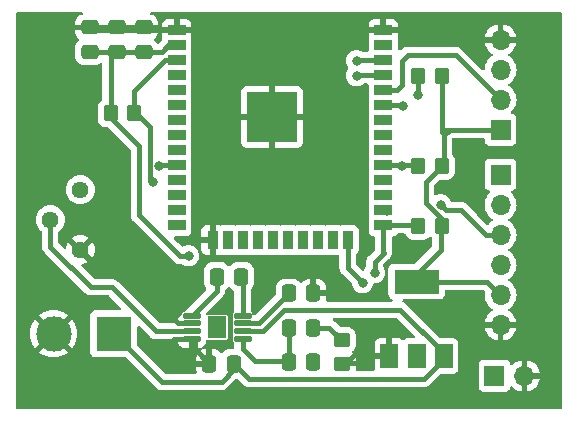
<source format=gbr>
%TF.GenerationSoftware,KiCad,Pcbnew,7.0.1*%
%TF.CreationDate,2023-04-21T09:55:58+02:00*%
%TF.ProjectId,hond,686f6e64-2e6b-4696-9361-645f70636258,rev?*%
%TF.SameCoordinates,Original*%
%TF.FileFunction,Copper,L1,Top*%
%TF.FilePolarity,Positive*%
%FSLAX46Y46*%
G04 Gerber Fmt 4.6, Leading zero omitted, Abs format (unit mm)*
G04 Created by KiCad (PCBNEW 7.0.1) date 2023-04-21 09:55:58*
%MOMM*%
%LPD*%
G01*
G04 APERTURE LIST*
G04 Aperture macros list*
%AMRoundRect*
0 Rectangle with rounded corners*
0 $1 Rounding radius*
0 $2 $3 $4 $5 $6 $7 $8 $9 X,Y pos of 4 corners*
0 Add a 4 corners polygon primitive as box body*
4,1,4,$2,$3,$4,$5,$6,$7,$8,$9,$2,$3,0*
0 Add four circle primitives for the rounded corners*
1,1,$1+$1,$2,$3*
1,1,$1+$1,$4,$5*
1,1,$1+$1,$6,$7*
1,1,$1+$1,$8,$9*
0 Add four rect primitives between the rounded corners*
20,1,$1+$1,$2,$3,$4,$5,0*
20,1,$1+$1,$4,$5,$6,$7,0*
20,1,$1+$1,$6,$7,$8,$9,0*
20,1,$1+$1,$8,$9,$2,$3,0*%
G04 Aperture macros list end*
%TA.AperFunction,SMDPad,CuDef*%
%ADD10RoundRect,0.250000X0.475000X-0.337500X0.475000X0.337500X-0.475000X0.337500X-0.475000X-0.337500X0*%
%TD*%
%TA.AperFunction,ComponentPad*%
%ADD11R,1.700000X1.700000*%
%TD*%
%TA.AperFunction,ComponentPad*%
%ADD12O,1.700000X1.700000*%
%TD*%
%TA.AperFunction,SMDPad,CuDef*%
%ADD13R,1.500000X0.900000*%
%TD*%
%TA.AperFunction,SMDPad,CuDef*%
%ADD14R,0.900000X1.500000*%
%TD*%
%TA.AperFunction,SMDPad,CuDef*%
%ADD15R,1.050000X1.050000*%
%TD*%
%TA.AperFunction,HeatsinkPad*%
%ADD16C,0.600000*%
%TD*%
%TA.AperFunction,SMDPad,CuDef*%
%ADD17R,4.200000X4.200000*%
%TD*%
%TA.AperFunction,SMDPad,CuDef*%
%ADD18RoundRect,0.250000X0.337500X0.475000X-0.337500X0.475000X-0.337500X-0.475000X0.337500X-0.475000X0*%
%TD*%
%TA.AperFunction,SMDPad,CuDef*%
%ADD19R,1.500000X2.000000*%
%TD*%
%TA.AperFunction,SMDPad,CuDef*%
%ADD20R,3.800000X2.000000*%
%TD*%
%TA.AperFunction,SMDPad,CuDef*%
%ADD21RoundRect,0.250000X-0.337500X-0.475000X0.337500X-0.475000X0.337500X0.475000X-0.337500X0.475000X0*%
%TD*%
%TA.AperFunction,SMDPad,CuDef*%
%ADD22RoundRect,0.250000X-0.350000X-0.450000X0.350000X-0.450000X0.350000X0.450000X-0.350000X0.450000X0*%
%TD*%
%TA.AperFunction,SMDPad,CuDef*%
%ADD23RoundRect,0.125000X-0.600000X-0.125000X0.600000X-0.125000X0.600000X0.125000X-0.600000X0.125000X0*%
%TD*%
%TA.AperFunction,SMDPad,CuDef*%
%ADD24R,1.570000X1.890000*%
%TD*%
%TA.AperFunction,SMDPad,CuDef*%
%ADD25RoundRect,0.250000X0.350000X0.450000X-0.350000X0.450000X-0.350000X-0.450000X0.350000X-0.450000X0*%
%TD*%
%TA.AperFunction,SMDPad,CuDef*%
%ADD26RoundRect,0.250000X0.450000X-0.350000X0.450000X0.350000X-0.450000X0.350000X-0.450000X-0.350000X0*%
%TD*%
%TA.AperFunction,ComponentPad*%
%ADD27R,3.000000X3.000000*%
%TD*%
%TA.AperFunction,ComponentPad*%
%ADD28C,3.000000*%
%TD*%
%TA.AperFunction,SMDPad,CuDef*%
%ADD29RoundRect,0.250000X-0.475000X0.337500X-0.475000X-0.337500X0.475000X-0.337500X0.475000X0.337500X0*%
%TD*%
%TA.AperFunction,ComponentPad*%
%ADD30C,1.440000*%
%TD*%
%TA.AperFunction,ViaPad*%
%ADD31C,0.800000*%
%TD*%
%TA.AperFunction,Conductor*%
%ADD32C,0.381000*%
%TD*%
G04 APERTURE END LIST*
D10*
%TO.P,C1,1*%
%TO.N,+3.3V*%
X108966000Y-58441500D03*
%TO.P,C1,2*%
%TO.N,GND*%
X108966000Y-56366500D03*
%TD*%
D11*
%TO.P,J4,1,Pin_1*%
%TO.N,Net-(J4-Pin_1)*%
X143251000Y-85852000D03*
D12*
%TO.P,J4,2,Pin_2*%
%TO.N,GND*%
X145791000Y-85852000D03*
%TD*%
D11*
%TO.P,J3,1,Pin_1*%
%TO.N,GPIO21*%
X143764000Y-68834000D03*
D12*
%TO.P,J3,2,Pin_2*%
%TO.N,GPIO22*%
X143764000Y-71374000D03*
%TO.P,J3,3,Pin_3*%
%TO.N,GPIO4*%
X143764000Y-73914000D03*
%TO.P,J3,4,Pin_4*%
%TO.N,GPIO5*%
X143764000Y-76454000D03*
%TO.P,J3,5,Pin_5*%
%TO.N,+3.3V*%
X143764000Y-78994000D03*
%TO.P,J3,6,Pin_6*%
%TO.N,GND*%
X143764000Y-81534000D03*
%TD*%
D11*
%TO.P,J1,1,Pin_1*%
%TO.N,+3.3V*%
X143764000Y-65024000D03*
D12*
%TO.P,J1,2,Pin_2*%
%TO.N,RX0*%
X143764000Y-62484000D03*
%TO.P,J1,3,Pin_3*%
%TO.N,TX0*%
X143764000Y-59944000D03*
%TO.P,J1,4,Pin_4*%
%TO.N,GND*%
X143764000Y-57404000D03*
%TD*%
D13*
%TO.P,U1,1,GND*%
%TO.N,GND*%
X116345000Y-56602000D03*
%TO.P,U1,2,VDD*%
%TO.N,+3.3V*%
X116345000Y-57872000D03*
%TO.P,U1,3,EN*%
%TO.N,/EN*%
X116345000Y-59142000D03*
%TO.P,U1,4,SENSOR_VP*%
%TO.N,unconnected-(U1-SENSOR_VP-Pad4)*%
X116345000Y-60412000D03*
%TO.P,U1,5,SENSOR_VN*%
%TO.N,unconnected-(U1-SENSOR_VN-Pad5)*%
X116345000Y-61682000D03*
%TO.P,U1,6,IO34*%
%TO.N,unconnected-(U1-IO34-Pad6)*%
X116345000Y-62952000D03*
%TO.P,U1,7,IO35*%
%TO.N,unconnected-(U1-IO35-Pad7)*%
X116345000Y-64222000D03*
%TO.P,U1,8,IO32*%
%TO.N,unconnected-(U1-IO32-Pad8)*%
X116345000Y-65492000D03*
%TO.P,U1,9,IO33*%
%TO.N,unconnected-(U1-IO33-Pad9)*%
X116345000Y-66762000D03*
%TO.P,U1,10,IO25*%
%TO.N,A8*%
X116345000Y-68032000D03*
%TO.P,U1,11,IO26*%
%TO.N,unconnected-(U1-IO26-Pad11)*%
X116345000Y-69302000D03*
%TO.P,U1,12,IO27*%
%TO.N,unconnected-(U1-IO27-Pad12)*%
X116345000Y-70572000D03*
%TO.P,U1,13,IO14*%
%TO.N,unconnected-(U1-IO14-Pad13)*%
X116345000Y-71842000D03*
%TO.P,U1,14,IO12*%
%TO.N,unconnected-(U1-IO12-Pad14)*%
X116345000Y-73112000D03*
D14*
%TO.P,U1,15,GND*%
%TO.N,GND*%
X119385000Y-74362000D03*
%TO.P,U1,16,IO13*%
%TO.N,unconnected-(U1-IO13-Pad16)*%
X120655000Y-74362000D03*
%TO.P,U1,17,SHD/SD2*%
%TO.N,unconnected-(U1-SHD{slash}SD2-Pad17)*%
X121925000Y-74362000D03*
%TO.P,U1,18,SWP/SD3*%
%TO.N,unconnected-(U1-SWP{slash}SD3-Pad18)*%
X123195000Y-74362000D03*
%TO.P,U1,19,SCS/CMD*%
%TO.N,unconnected-(U1-SCS{slash}CMD-Pad19)*%
X124465000Y-74362000D03*
%TO.P,U1,20,SCK/CLK*%
%TO.N,unconnected-(U1-SCK{slash}CLK-Pad20)*%
X125735000Y-74362000D03*
%TO.P,U1,21,SDO/SD0*%
%TO.N,unconnected-(U1-SDO{slash}SD0-Pad21)*%
X127005000Y-74362000D03*
%TO.P,U1,22,SDI/SD1*%
%TO.N,unconnected-(U1-SDI{slash}SD1-Pad22)*%
X128275000Y-74362000D03*
%TO.P,U1,23,IO15*%
%TO.N,unconnected-(U1-IO15-Pad23)*%
X129545000Y-74362000D03*
%TO.P,U1,24,IO2*%
%TO.N,GPIO2*%
X130815000Y-74362000D03*
D13*
%TO.P,U1,25,IO0*%
%TO.N,GPIO0*%
X133845000Y-73112000D03*
%TO.P,U1,26,IO4*%
%TO.N,GPIO4*%
X133845000Y-71842000D03*
%TO.P,U1,27,IO16*%
%TO.N,unconnected-(U1-IO16-Pad27)*%
X133845000Y-70572000D03*
%TO.P,U1,28,IO17*%
%TO.N,unconnected-(U1-IO17-Pad28)*%
X133845000Y-69302000D03*
%TO.P,U1,29,IO5*%
%TO.N,GPIO5*%
X133845000Y-68032000D03*
%TO.P,U1,30,IO18*%
%TO.N,unconnected-(U1-IO18-Pad30)*%
X133845000Y-66762000D03*
%TO.P,U1,31,IO19*%
%TO.N,unconnected-(U1-IO19-Pad31)*%
X133845000Y-65492000D03*
%TO.P,U1,32,NC*%
%TO.N,unconnected-(U1-NC-Pad32)*%
X133845000Y-64222000D03*
%TO.P,U1,33,IO21*%
%TO.N,GPIO21*%
X133845000Y-62952000D03*
%TO.P,U1,34,RXD0/IO3*%
%TO.N,RX0*%
X133845000Y-61682000D03*
%TO.P,U1,35,TXD0/IO1*%
%TO.N,TX0*%
X133845000Y-60412000D03*
%TO.P,U1,36,IO22*%
%TO.N,GPIO22*%
X133845000Y-59142000D03*
%TO.P,U1,37,IO23*%
%TO.N,unconnected-(U1-IO23-Pad37)*%
X133845000Y-57872000D03*
%TO.P,U1,38,GND*%
%TO.N,GND*%
X133845000Y-56602000D03*
D15*
%TO.P,U1,39,GND*%
X122890000Y-62417000D03*
D16*
X122890000Y-63179500D03*
D15*
X122890000Y-63942000D03*
D16*
X122890000Y-64704500D03*
D15*
X122890000Y-65467000D03*
D16*
X123652500Y-62417000D03*
X123652500Y-63942000D03*
X123652500Y-65467000D03*
D15*
X124415000Y-62417000D03*
D16*
X124415000Y-63179500D03*
D15*
X124415000Y-63942000D03*
D17*
X124415000Y-63942000D03*
D16*
X124415000Y-64704500D03*
D15*
X124415000Y-65467000D03*
D16*
X125177500Y-62417000D03*
X125177500Y-63942000D03*
X125177500Y-65467000D03*
D15*
X125940000Y-62417000D03*
D16*
X125940000Y-63179500D03*
D15*
X125940000Y-63942000D03*
D16*
X125940000Y-64704500D03*
D15*
X125940000Y-65467000D03*
%TD*%
D18*
%TO.P,C2,1*%
%TO.N,VDD*%
X121179500Y-84836000D03*
%TO.P,C2,2*%
%TO.N,GND*%
X119104500Y-84836000D03*
%TD*%
D19*
%TO.P,U3,1,GND*%
%TO.N,GND*%
X134352000Y-84176000D03*
%TO.P,U3,2,VO*%
%TO.N,+3.3V*%
X136652000Y-84176000D03*
D20*
X136652000Y-77876000D03*
D19*
%TO.P,U3,3,VI*%
%TO.N,VDD*%
X138952000Y-84176000D03*
%TD*%
D21*
%TO.P,C6,1*%
%TO.N,Net-(C5-Pad1)*%
X125835500Y-81788000D03*
%TO.P,C6,2*%
%TO.N,Net-(C6-Pad2)*%
X127910500Y-81788000D03*
%TD*%
D22*
%TO.P,R1,1*%
%TO.N,+3.3V*%
X110760000Y-63627000D03*
%TO.P,R1,2*%
%TO.N,/EN*%
X112760000Y-63627000D03*
%TD*%
D23*
%TO.P,U4,1,GAIN*%
%TO.N,Net-(C7-Pad1)*%
X117620000Y-80772000D03*
%TO.P,U4,2,-*%
%TO.N,GND*%
X117620000Y-81422000D03*
%TO.P,U4,3,+*%
%TO.N,Net-(U4-+)*%
X117620000Y-82072000D03*
%TO.P,U4,4,GND*%
%TO.N,GND*%
X117620000Y-82722000D03*
%TO.P,U4,5*%
%TO.N,Net-(C5-Pad1)*%
X121920000Y-82722000D03*
%TO.P,U4,6,V+*%
%TO.N,VDD*%
X121920000Y-82072000D03*
%TO.P,U4,7,BYPASS*%
%TO.N,Net-(U4-BYPASS)*%
X121920000Y-81422000D03*
%TO.P,U4,8,GAIN*%
%TO.N,Net-(C7-Pad2)*%
X121920000Y-80772000D03*
D24*
%TO.P,U4,9*%
%TO.N,N/C*%
X119770000Y-81747000D03*
%TD*%
D25*
%TO.P,R2,1*%
%TO.N,+3.3V*%
X138795000Y-73152000D03*
%TO.P,R2,2*%
%TO.N,GPIO0*%
X136795000Y-73152000D03*
%TD*%
%TO.P,R5,1*%
%TO.N,+3.3V*%
X138795000Y-60452000D03*
%TO.P,R5,2*%
%TO.N,TX0*%
X136795000Y-60452000D03*
%TD*%
D26*
%TO.P,R10,1*%
%TO.N,GND*%
X130302000Y-84820000D03*
%TO.P,R10,2*%
%TO.N,Net-(C6-Pad2)*%
X130302000Y-82820000D03*
%TD*%
D25*
%TO.P,R6,1*%
%TO.N,+3.3V*%
X138795000Y-68072000D03*
%TO.P,R6,2*%
%TO.N,GPIO5*%
X136795000Y-68072000D03*
%TD*%
D27*
%TO.P,J5,1,Pin_1*%
%TO.N,VDD*%
X110998000Y-82296000D03*
D28*
%TO.P,J5,2,Pin_2*%
%TO.N,GND*%
X105918000Y-82296000D03*
%TD*%
D21*
%TO.P,C8,1*%
%TO.N,Net-(U4-BYPASS)*%
X125835500Y-78867000D03*
%TO.P,C8,2*%
%TO.N,GND*%
X127910500Y-78867000D03*
%TD*%
%TO.P,C7,1*%
%TO.N,Net-(C7-Pad1)*%
X119739500Y-77470000D03*
%TO.P,C7,2*%
%TO.N,Net-(C7-Pad2)*%
X121814500Y-77470000D03*
%TD*%
%TO.P,C5,1*%
%TO.N,Net-(C5-Pad1)*%
X125835500Y-84709000D03*
%TO.P,C5,2*%
%TO.N,Net-(J4-Pin_1)*%
X127910500Y-84709000D03*
%TD*%
D10*
%TO.P,C4,1*%
%TO.N,+3.3V*%
X111252000Y-58441500D03*
%TO.P,C4,2*%
%TO.N,GND*%
X111252000Y-56366500D03*
%TD*%
D29*
%TO.P,C3,1*%
%TO.N,GND*%
X113538000Y-56366500D03*
%TO.P,C3,2*%
%TO.N,+3.3V*%
X113538000Y-58441500D03*
%TD*%
D30*
%TO.P,P1,1,1*%
%TO.N,A8*%
X108189000Y-70104000D03*
%TO.P,P1,2,2*%
%TO.N,Net-(U4-+)*%
X105649000Y-72644000D03*
%TO.P,P1,3,3*%
%TO.N,GND*%
X108189000Y-75184000D03*
%TD*%
D31*
%TO.N,+3.3V*%
X117348000Y-75692000D03*
X136652000Y-84074000D03*
%TO.N,GND*%
X114554000Y-84328000D03*
X132842000Y-82042000D03*
X140970000Y-56896000D03*
X123952000Y-76962000D03*
X122936000Y-58420000D03*
X127254000Y-70104000D03*
X106426000Y-62738000D03*
X140081000Y-80137000D03*
%TO.N,GPIO2*%
X132080000Y-77978000D03*
%TO.N,TX0*%
X131572000Y-60452000D03*
X136779000Y-62103000D03*
%TO.N,/EN*%
X114300000Y-69469000D03*
%TO.N,GPIO0*%
X133096000Y-77132150D03*
%TO.N,GPIO5*%
X135382000Y-68072000D03*
%TO.N,Net-(J4-Pin_1)*%
X128016000Y-84836000D03*
%TO.N,A8*%
X114836000Y-68072000D03*
%TO.N,GPIO4*%
X134112000Y-71882000D03*
X138684000Y-71374000D03*
%TO.N,GPIO21*%
X135509000Y-62992000D03*
%TO.N,GPIO22*%
X131572000Y-59182000D03*
%TD*%
D32*
%TO.N,+3.3V*%
X142646000Y-77876000D02*
X143764000Y-78994000D01*
X136652000Y-77876000D02*
X142646000Y-77876000D01*
%TO.N,RX0*%
X135890000Y-58674000D02*
X139954000Y-58674000D01*
X135382000Y-59182000D02*
X135890000Y-58674000D01*
X139954000Y-58674000D02*
X143764000Y-62484000D01*
X135382000Y-61276000D02*
X135382000Y-59182000D01*
X134976000Y-61682000D02*
X135382000Y-61276000D01*
X133845000Y-61682000D02*
X134976000Y-61682000D01*
%TO.N,+3.3V*%
X138954000Y-65405000D02*
X139065000Y-65405000D01*
X139446000Y-65024000D02*
X139017000Y-65024000D01*
X143764000Y-65024000D02*
X139446000Y-65024000D01*
X139065000Y-65405000D02*
X139446000Y-65024000D01*
X139017000Y-65024000D02*
X138795000Y-65246000D01*
%TO.N,GPIO4*%
X139128000Y-71818000D02*
X138684000Y-71374000D01*
X140398000Y-71818000D02*
X139128000Y-71818000D01*
X142494000Y-73914000D02*
X140398000Y-71818000D01*
X143764000Y-73914000D02*
X142494000Y-73914000D01*
%TO.N,+3.3V*%
X111252000Y-58441500D02*
X110744000Y-58949500D01*
X138795000Y-65246000D02*
X138954000Y-65405000D01*
X138795000Y-68072000D02*
X138954000Y-67913000D01*
X137414000Y-71231000D02*
X137414000Y-69453000D01*
X138684000Y-73263000D02*
X138795000Y-73152000D01*
X138684000Y-75184000D02*
X138684000Y-73263000D01*
X116586000Y-75692000D02*
X113157000Y-72263000D01*
X136652000Y-77876000D02*
X136652000Y-77216000D01*
X115083500Y-58441500D02*
X115653000Y-57872000D01*
X110760000Y-64024000D02*
X110760000Y-63627000D01*
X115653000Y-57872000D02*
X116345000Y-57872000D01*
X138954000Y-67913000D02*
X138954000Y-65405000D01*
X138795000Y-72612000D02*
X137414000Y-71231000D01*
X117348000Y-75692000D02*
X116586000Y-75692000D01*
X110744000Y-63611000D02*
X110760000Y-63627000D01*
X113157000Y-72263000D02*
X113157000Y-66421000D01*
X137414000Y-69453000D02*
X138795000Y-68072000D01*
X110744000Y-58949500D02*
X110744000Y-63611000D01*
X113157000Y-66421000D02*
X110760000Y-64024000D01*
X138795000Y-73152000D02*
X138795000Y-72612000D01*
X108966000Y-58441500D02*
X115083500Y-58441500D01*
X138795000Y-60452000D02*
X138795000Y-65246000D01*
X136652000Y-77216000D02*
X138684000Y-75184000D01*
%TO.N,GND*%
X117856000Y-82958000D02*
X117856000Y-83587500D01*
X117620000Y-81422000D02*
X116474000Y-81422000D01*
X108966000Y-56366500D02*
X109201500Y-56602000D01*
X130302000Y-84820000D02*
X130572000Y-84820000D01*
X109201500Y-56602000D02*
X116345000Y-56602000D01*
X122890000Y-62417000D02*
X125940000Y-62417000D01*
X125940000Y-64704500D02*
X125177500Y-65467000D01*
X116160000Y-82722000D02*
X114554000Y-84328000D01*
X117620000Y-82722000D02*
X117856000Y-82958000D01*
X117620000Y-82722000D02*
X116160000Y-82722000D01*
X116474000Y-81422000D02*
X115824000Y-80772000D01*
X117856000Y-83587500D02*
X119104500Y-84836000D01*
X125940000Y-65467000D02*
X122890000Y-65467000D01*
X140970000Y-56896000D02*
X141066000Y-56992000D01*
X125940000Y-62417000D02*
X125940000Y-65467000D01*
X122890000Y-62417000D02*
X122890000Y-65467000D01*
X130572000Y-84820000D02*
X132842000Y-82550000D01*
X123652500Y-65467000D02*
X124415000Y-64704500D01*
X132842000Y-82550000D02*
X132842000Y-82042000D01*
X125940000Y-63179500D02*
X125177500Y-62417000D01*
X123652500Y-62417000D02*
X125940000Y-62417000D01*
X123652500Y-65467000D02*
X125177500Y-65467000D01*
%TO.N,VDD*%
X135290000Y-80264000D02*
X138952000Y-83926000D01*
X121920000Y-82072000D02*
X123623598Y-82072000D01*
X137272000Y-86106000D02*
X138952000Y-84426000D01*
X138952000Y-84426000D02*
X138952000Y-84176000D01*
X120142000Y-86360000D02*
X115062000Y-86360000D01*
X122449500Y-86106000D02*
X137272000Y-86106000D01*
X123623598Y-82072000D02*
X125431598Y-80264000D01*
X120142000Y-86360000D02*
X121179500Y-85322500D01*
X121179500Y-85322500D02*
X121179500Y-84836000D01*
X115062000Y-86360000D02*
X110998000Y-82296000D01*
X121179500Y-84836000D02*
X122449500Y-86106000D01*
X138952000Y-83926000D02*
X138952000Y-84176000D01*
X125431598Y-80264000D02*
X135290000Y-80264000D01*
%TO.N,GPIO2*%
X132080000Y-77978000D02*
X130815000Y-76713000D01*
X130815000Y-76713000D02*
X130815000Y-74362000D01*
%TO.N,TX0*%
X136795000Y-61960000D02*
X136779000Y-62103000D01*
X131739000Y-60412000D02*
X131572000Y-60452000D01*
X136795000Y-60452000D02*
X136795000Y-61960000D01*
X133845000Y-60412000D02*
X131739000Y-60412000D01*
X131572000Y-60452000D02*
X131699000Y-60452000D01*
X136779000Y-62103000D02*
X136779000Y-61976000D01*
%TO.N,/EN*%
X112903000Y-63627000D02*
X114046000Y-64770000D01*
X114046000Y-64770000D02*
X114046000Y-69215000D01*
X112760000Y-61738000D02*
X115356000Y-59142000D01*
X114046000Y-69215000D02*
X114300000Y-69469000D01*
X112760000Y-63627000D02*
X112903000Y-63627000D01*
X112760000Y-63627000D02*
X112760000Y-61738000D01*
X115356000Y-59142000D02*
X116345000Y-59142000D01*
%TO.N,GPIO0*%
X136795000Y-73152000D02*
X136755000Y-73112000D01*
X133096000Y-76200000D02*
X133858000Y-75438000D01*
X133858000Y-75438000D02*
X133845000Y-75425000D01*
X133845000Y-75425000D02*
X133845000Y-73112000D01*
X133096000Y-77132150D02*
X133096000Y-76200000D01*
X136755000Y-73112000D02*
X133845000Y-73112000D01*
%TO.N,GPIO5*%
X133845000Y-68032000D02*
X135342000Y-68032000D01*
X135342000Y-68032000D02*
X135382000Y-68072000D01*
X136755000Y-68032000D02*
X136795000Y-68072000D01*
X135382000Y-68072000D02*
X135422000Y-68032000D01*
X135422000Y-68032000D02*
X136755000Y-68032000D01*
%TO.N,Net-(C5-Pad1)*%
X121920000Y-82722000D02*
X121920000Y-83566000D01*
X125708500Y-84582000D02*
X125835500Y-84709000D01*
X121920000Y-83566000D02*
X122936000Y-84582000D01*
X125835500Y-81788000D02*
X125835500Y-84709000D01*
X122936000Y-84582000D02*
X125708500Y-84582000D01*
%TO.N,Net-(C6-Pad2)*%
X127910500Y-81788000D02*
X129270000Y-81788000D01*
X129270000Y-81788000D02*
X130302000Y-82820000D01*
%TO.N,Net-(C7-Pad1)*%
X119739500Y-77470000D02*
X119739500Y-78652500D01*
X119739500Y-78652500D02*
X117620000Y-80772000D01*
%TO.N,Net-(C7-Pad2)*%
X121920000Y-80772000D02*
X121920000Y-77575500D01*
X121920000Y-77575500D02*
X121814500Y-77470000D01*
%TO.N,Net-(U4-BYPASS)*%
X121920000Y-81422000D02*
X123280500Y-81422000D01*
X123280500Y-81422000D02*
X125835500Y-78867000D01*
%TO.N,A8*%
X116345000Y-68032000D02*
X114876000Y-68032000D01*
X114876000Y-68032000D02*
X114836000Y-68072000D01*
%TO.N,Net-(U4-+)*%
X109093000Y-78359000D02*
X105649000Y-74915000D01*
X110871000Y-78359000D02*
X109093000Y-78359000D01*
X117620000Y-82072000D02*
X114584000Y-82072000D01*
X105649000Y-74915000D02*
X105649000Y-72644000D01*
X110871000Y-78359000D02*
X114584000Y-82072000D01*
%TO.N,GPIO21*%
X133845000Y-62952000D02*
X135469000Y-62952000D01*
X135469000Y-62952000D02*
X135509000Y-62992000D01*
%TO.N,GPIO22*%
X131612000Y-59142000D02*
X131572000Y-59182000D01*
X133845000Y-59142000D02*
X131612000Y-59142000D01*
%TD*%
%TA.AperFunction,Conductor*%
%TO.N,GND*%
G36*
X120837432Y-78367640D02*
G01*
X120882539Y-78410821D01*
X120884288Y-78413657D01*
X121008342Y-78537711D01*
X121071131Y-78576439D01*
X121156346Y-78629000D01*
X121170001Y-78637422D01*
X121168617Y-78639665D01*
X121188050Y-78650912D01*
X121218301Y-78692604D01*
X121229000Y-78742992D01*
X121229000Y-80370318D01*
X121214358Y-80428772D01*
X121173891Y-80473418D01*
X121157426Y-80484421D01*
X121157422Y-80484424D01*
X121107583Y-80559013D01*
X121094500Y-80624791D01*
X121094500Y-80919209D01*
X121101619Y-80955000D01*
X121107583Y-80984986D01*
X121136397Y-81028109D01*
X121154911Y-81072808D01*
X121154912Y-81121189D01*
X121136397Y-81165888D01*
X121107583Y-81209011D01*
X121106998Y-81211954D01*
X121096054Y-81266980D01*
X121094500Y-81274791D01*
X121094500Y-81569209D01*
X121104980Y-81621902D01*
X121107583Y-81634986D01*
X121134588Y-81675402D01*
X121136397Y-81678109D01*
X121154911Y-81722808D01*
X121154912Y-81771189D01*
X121136397Y-81815888D01*
X121107583Y-81859011D01*
X121094500Y-81924791D01*
X121094500Y-82219209D01*
X121104980Y-82271903D01*
X121107583Y-82284986D01*
X121126307Y-82313008D01*
X121136397Y-82328109D01*
X121154911Y-82372808D01*
X121154912Y-82421189D01*
X121136397Y-82465888D01*
X121107583Y-82509011D01*
X121094500Y-82574791D01*
X121094500Y-82869209D01*
X121107583Y-82934987D01*
X121157421Y-83009575D01*
X121157422Y-83009575D01*
X121157423Y-83009577D01*
X121173891Y-83020581D01*
X121214358Y-83065228D01*
X121229000Y-83123682D01*
X121229000Y-83486500D01*
X121212387Y-83548500D01*
X121167000Y-83593887D01*
X121105000Y-83610500D01*
X120791991Y-83610500D01*
X120689203Y-83621000D01*
X120522665Y-83676186D01*
X120373342Y-83768288D01*
X120249286Y-83892344D01*
X120247242Y-83895659D01*
X120202135Y-83938837D01*
X120141704Y-83954558D01*
X120081274Y-83938835D01*
X120036168Y-83895656D01*
X120034316Y-83892654D01*
X119910345Y-83768683D01*
X119761122Y-83676642D01*
X119594696Y-83621493D01*
X119491979Y-83611000D01*
X119354500Y-83611000D01*
X119354500Y-84962000D01*
X119337887Y-85024000D01*
X119292500Y-85069387D01*
X119230500Y-85086000D01*
X118017001Y-85086000D01*
X118017001Y-85360979D01*
X118027493Y-85463695D01*
X118041511Y-85505996D01*
X118046362Y-85563863D01*
X118024335Y-85617593D01*
X117980261Y-85655403D01*
X117923805Y-85669000D01*
X115399583Y-85669000D01*
X115352130Y-85659561D01*
X115311902Y-85632681D01*
X113034818Y-83355597D01*
X113007938Y-83315369D01*
X112998499Y-83267916D01*
X112998499Y-81763083D01*
X113012014Y-81706788D01*
X113049614Y-81662765D01*
X113103101Y-81640610D01*
X113160817Y-81645152D01*
X113210180Y-81675402D01*
X114077979Y-82543201D01*
X114083114Y-82548656D01*
X114122416Y-82593020D01*
X114171206Y-82626696D01*
X114177219Y-82631119D01*
X114223895Y-82667688D01*
X114232859Y-82671722D01*
X114252417Y-82682752D01*
X114260519Y-82688345D01*
X114302370Y-82704216D01*
X114315943Y-82709364D01*
X114322842Y-82712221D01*
X114376915Y-82736557D01*
X114386602Y-82738332D01*
X114408208Y-82744355D01*
X114417418Y-82747848D01*
X114476268Y-82754993D01*
X114483641Y-82756115D01*
X114541972Y-82766805D01*
X114601138Y-82763226D01*
X114608626Y-82763000D01*
X116271000Y-82763000D01*
X116333000Y-82779613D01*
X116378387Y-82825000D01*
X116395000Y-82887000D01*
X116395000Y-82910109D01*
X116397789Y-82945552D01*
X116441844Y-83097189D01*
X116522228Y-83233111D01*
X116633888Y-83344771D01*
X116769810Y-83425155D01*
X116921447Y-83469210D01*
X116956891Y-83472000D01*
X117370000Y-83472000D01*
X117370000Y-82887000D01*
X117386613Y-82825000D01*
X117432000Y-82779613D01*
X117494000Y-82763000D01*
X117661795Y-82763000D01*
X117661796Y-82763000D01*
X117731054Y-82754590D01*
X117799157Y-82765658D01*
X117850803Y-82811412D01*
X117870000Y-82877686D01*
X117870000Y-83472000D01*
X118283109Y-83472000D01*
X118318546Y-83469210D01*
X118321906Y-83468235D01*
X118380634Y-83465681D01*
X118433939Y-83490461D01*
X118469842Y-83537006D01*
X118480274Y-83594856D01*
X118462892Y-83651011D01*
X118421601Y-83692850D01*
X118298653Y-83768684D01*
X118174683Y-83892654D01*
X118082642Y-84041877D01*
X118027493Y-84208303D01*
X118017000Y-84311021D01*
X118017000Y-84586000D01*
X118854500Y-84586000D01*
X118854500Y-83611001D01*
X118717021Y-83611001D01*
X118600793Y-83622874D01*
X118600434Y-83619359D01*
X118566852Y-83621831D01*
X118512060Y-83597756D01*
X118474926Y-83550822D01*
X118464100Y-83491962D01*
X118482104Y-83434887D01*
X118524743Y-83392891D01*
X118606112Y-83344770D01*
X118717771Y-83233111D01*
X118798155Y-83097189D01*
X118842210Y-82945552D01*
X118845262Y-82906772D01*
X118864884Y-82848965D01*
X118909712Y-82807526D01*
X118968880Y-82792499D01*
X118975096Y-82792499D01*
X118975101Y-82792500D01*
X120564898Y-82792499D01*
X120564899Y-82792499D01*
X120579555Y-82789583D01*
X120594213Y-82786669D01*
X120627457Y-82764457D01*
X120649669Y-82731213D01*
X120655500Y-82701899D01*
X120655499Y-80792102D01*
X120649669Y-80762787D01*
X120627457Y-80729543D01*
X120610498Y-80718212D01*
X120594212Y-80707330D01*
X120564901Y-80701500D01*
X118967080Y-80701500D01*
X118910785Y-80687985D01*
X118866762Y-80650385D01*
X118844607Y-80596898D01*
X118849149Y-80539182D01*
X118879395Y-80489824D01*
X120210709Y-79158510D01*
X120216128Y-79153408D01*
X120260520Y-79114083D01*
X120294214Y-79065265D01*
X120298608Y-79059293D01*
X120335188Y-79012605D01*
X120339223Y-79003637D01*
X120350251Y-78984084D01*
X120350666Y-78983483D01*
X120355844Y-78975982D01*
X120376878Y-78920519D01*
X120379717Y-78913665D01*
X120404058Y-78859584D01*
X120405831Y-78849904D01*
X120411859Y-78828280D01*
X120415348Y-78819082D01*
X120422494Y-78760224D01*
X120423613Y-78752872D01*
X120434305Y-78694528D01*
X120433645Y-78683632D01*
X120447365Y-78619013D01*
X120492321Y-78570608D01*
X120545656Y-78537712D01*
X120669712Y-78413656D01*
X120671460Y-78410821D01*
X120716568Y-78367640D01*
X120777000Y-78351917D01*
X120837432Y-78367640D01*
G37*
%TD.AperFunction*%
%TA.AperFunction,Conductor*%
G36*
X134999869Y-80964439D02*
G01*
X135040097Y-80991319D01*
X136512597Y-82463819D01*
X136542847Y-82513182D01*
X136547389Y-82570898D01*
X136525234Y-82624385D01*
X136481211Y-82661985D01*
X136424916Y-82675500D01*
X135854130Y-82675500D01*
X135794515Y-82681909D01*
X135659667Y-82732204D01*
X135575892Y-82794918D01*
X135527940Y-82816817D01*
X135475223Y-82816817D01*
X135427271Y-82794918D01*
X135344088Y-82732647D01*
X135209375Y-82682402D01*
X135149824Y-82676000D01*
X134602000Y-82676000D01*
X134602000Y-84302000D01*
X134585387Y-84364000D01*
X134540000Y-84409387D01*
X134478000Y-84426000D01*
X133102000Y-84426000D01*
X133102000Y-85223823D01*
X133107797Y-85277745D01*
X133096043Y-85345181D01*
X133050300Y-85396106D01*
X132984507Y-85415000D01*
X131619390Y-85415000D01*
X131553782Y-85396222D01*
X131508045Y-85345574D01*
X131496032Y-85278398D01*
X131502000Y-85219979D01*
X131502000Y-85070000D01*
X130176000Y-85070000D01*
X130114000Y-85053387D01*
X130068613Y-85008000D01*
X130052000Y-84946000D01*
X130052000Y-84694000D01*
X130068613Y-84632000D01*
X130114000Y-84586613D01*
X130176000Y-84570000D01*
X131501999Y-84570000D01*
X131501999Y-84420021D01*
X131491506Y-84317304D01*
X131436357Y-84150877D01*
X131344316Y-84001654D01*
X131268662Y-83926000D01*
X133102000Y-83926000D01*
X134102000Y-83926000D01*
X134102000Y-82676000D01*
X133554176Y-82676000D01*
X133494624Y-82682402D01*
X133359910Y-82732647D01*
X133244811Y-82818811D01*
X133158647Y-82933910D01*
X133108402Y-83068624D01*
X133102000Y-83128176D01*
X133102000Y-83926000D01*
X131268662Y-83926000D01*
X131250696Y-83908034D01*
X131218602Y-83852446D01*
X131218602Y-83788259D01*
X131250694Y-83732673D01*
X131344712Y-83638656D01*
X131436814Y-83489334D01*
X131491999Y-83322797D01*
X131502500Y-83220009D01*
X131502499Y-82419992D01*
X131502070Y-82415797D01*
X131491999Y-82317203D01*
X131481323Y-82284985D01*
X131436814Y-82150666D01*
X131344712Y-82001344D01*
X131344711Y-82001342D01*
X131220657Y-81877288D01*
X131071334Y-81785186D01*
X130904797Y-81730000D01*
X130802009Y-81719500D01*
X130230084Y-81719500D01*
X130182631Y-81710061D01*
X130142403Y-81683181D01*
X129776027Y-81316805D01*
X129770893Y-81311352D01*
X129731582Y-81266979D01*
X129682793Y-81233303D01*
X129676759Y-81228863D01*
X129630105Y-81192312D01*
X129629581Y-81192076D01*
X129626074Y-81189154D01*
X129618253Y-81183026D01*
X129618438Y-81182789D01*
X129578421Y-81149441D01*
X129556697Y-81086487D01*
X129570674Y-81021375D01*
X129616321Y-80972883D01*
X129680471Y-80955000D01*
X134952416Y-80955000D01*
X134999869Y-80964439D01*
G37*
%TD.AperFunction*%
%TA.AperFunction,Conductor*%
G36*
X108352910Y-55071226D02*
G01*
X108398664Y-55122942D01*
X108409665Y-55191111D01*
X108382500Y-55254595D01*
X108325593Y-55293706D01*
X108171877Y-55344642D01*
X108022654Y-55436683D01*
X107898683Y-55560654D01*
X107806642Y-55709877D01*
X107751493Y-55876303D01*
X107741000Y-55979021D01*
X107741000Y-56116500D01*
X114762999Y-56116500D01*
X114762999Y-55979021D01*
X114752506Y-55876304D01*
X114697357Y-55709877D01*
X114605316Y-55560654D01*
X114481345Y-55436683D01*
X114332122Y-55344642D01*
X114178408Y-55293706D01*
X114121501Y-55254595D01*
X114094336Y-55191111D01*
X114105337Y-55122942D01*
X114151091Y-55071226D01*
X114217412Y-55052000D01*
X148846500Y-55052000D01*
X148908500Y-55068613D01*
X148953887Y-55114000D01*
X148970500Y-55176000D01*
X148970500Y-88521500D01*
X148953887Y-88583500D01*
X148908500Y-88628887D01*
X148846500Y-88645500D01*
X102867500Y-88645500D01*
X102805500Y-88628887D01*
X102760113Y-88583500D01*
X102743500Y-88521500D01*
X102743500Y-83876115D01*
X104691436Y-83876115D01*
X104833958Y-83982806D01*
X105085047Y-84119911D01*
X105353097Y-84219888D01*
X105632642Y-84280699D01*
X105918000Y-84301109D01*
X106203357Y-84280699D01*
X106482902Y-84219888D01*
X106750952Y-84119911D01*
X107002041Y-83982806D01*
X107144562Y-83876115D01*
X105918001Y-82649553D01*
X105918000Y-82649553D01*
X104691436Y-83876115D01*
X102743500Y-83876115D01*
X102743500Y-82295999D01*
X103912890Y-82295999D01*
X103933300Y-82581357D01*
X103994111Y-82860902D01*
X104094088Y-83128952D01*
X104231193Y-83380042D01*
X104337883Y-83522562D01*
X105564446Y-82296001D01*
X106271553Y-82296001D01*
X107498115Y-83522562D01*
X107604806Y-83380041D01*
X107741911Y-83128952D01*
X107841888Y-82860902D01*
X107902699Y-82581357D01*
X107923109Y-82295999D01*
X107902699Y-82010642D01*
X107841888Y-81731097D01*
X107741911Y-81463047D01*
X107604806Y-81211958D01*
X107498115Y-81069436D01*
X106271553Y-82296000D01*
X106271553Y-82296001D01*
X105564446Y-82296001D01*
X105564446Y-82296000D01*
X104337883Y-81069436D01*
X104337882Y-81069437D01*
X104231195Y-81211954D01*
X104094088Y-81463047D01*
X103994111Y-81731097D01*
X103933300Y-82010642D01*
X103912890Y-82295999D01*
X102743500Y-82295999D01*
X102743500Y-80715883D01*
X104691436Y-80715883D01*
X105918000Y-81942446D01*
X105918001Y-81942446D01*
X107144562Y-80715883D01*
X107002042Y-80609193D01*
X106750952Y-80472088D01*
X106482902Y-80372111D01*
X106203357Y-80311300D01*
X105918000Y-80290890D01*
X105632642Y-80311300D01*
X105353097Y-80372111D01*
X105085047Y-80472088D01*
X104833954Y-80609195D01*
X104691437Y-80715882D01*
X104691436Y-80715883D01*
X102743500Y-80715883D01*
X102743500Y-72643999D01*
X104423837Y-72643999D01*
X104442450Y-72856744D01*
X104497724Y-73063031D01*
X104587979Y-73256582D01*
X104710468Y-73431516D01*
X104710470Y-73431518D01*
X104710471Y-73431519D01*
X104861481Y-73582529D01*
X104905123Y-73613087D01*
X104943989Y-73657405D01*
X104958000Y-73714662D01*
X104958000Y-74890374D01*
X104957774Y-74897861D01*
X104954195Y-74957029D01*
X104964879Y-75015332D01*
X104966006Y-75022735D01*
X104973152Y-75081583D01*
X104976643Y-75090788D01*
X104982668Y-75112400D01*
X104984442Y-75122083D01*
X104984443Y-75122085D01*
X105004594Y-75166861D01*
X105008772Y-75176143D01*
X105011630Y-75183044D01*
X105032655Y-75238481D01*
X105032656Y-75238482D01*
X105038249Y-75246585D01*
X105049273Y-75266132D01*
X105053311Y-75275104D01*
X105089863Y-75321759D01*
X105094303Y-75327793D01*
X105123657Y-75370320D01*
X105127980Y-75376583D01*
X105149865Y-75395971D01*
X105172352Y-75415893D01*
X105177805Y-75421027D01*
X108586964Y-78830186D01*
X108592097Y-78835638D01*
X108631417Y-78880020D01*
X108680211Y-78913700D01*
X108686245Y-78918140D01*
X108732895Y-78954688D01*
X108741862Y-78958724D01*
X108761416Y-78969751D01*
X108769518Y-78975344D01*
X108824938Y-78996362D01*
X108831848Y-78999224D01*
X108885916Y-79023558D01*
X108895595Y-79025331D01*
X108917225Y-79031361D01*
X108926418Y-79034848D01*
X108985244Y-79041990D01*
X108992636Y-79043114D01*
X109050972Y-79053806D01*
X109107518Y-79050385D01*
X109110150Y-79050226D01*
X109117637Y-79050000D01*
X110533416Y-79050000D01*
X110580869Y-79059439D01*
X110621097Y-79086319D01*
X111618597Y-80083819D01*
X111648847Y-80133182D01*
X111653389Y-80190898D01*
X111631234Y-80244385D01*
X111587211Y-80281985D01*
X111530916Y-80295500D01*
X109450130Y-80295500D01*
X109390515Y-80301909D01*
X109255669Y-80352204D01*
X109140454Y-80438454D01*
X109054204Y-80553668D01*
X109006158Y-80682485D01*
X109003909Y-80688517D01*
X108999342Y-80731000D01*
X108997500Y-80748130D01*
X108997500Y-83843869D01*
X109003909Y-83903484D01*
X109010256Y-83920500D01*
X109054204Y-84038331D01*
X109140454Y-84153546D01*
X109255669Y-84239796D01*
X109390517Y-84290091D01*
X109450127Y-84296500D01*
X111969915Y-84296499D01*
X112017368Y-84305938D01*
X112057596Y-84332818D01*
X114555971Y-86831192D01*
X114561091Y-86836630D01*
X114600417Y-86881020D01*
X114613581Y-86890106D01*
X114649211Y-86914700D01*
X114655245Y-86919140D01*
X114701893Y-86955687D01*
X114701894Y-86955687D01*
X114701895Y-86955688D01*
X114710856Y-86959721D01*
X114710859Y-86959722D01*
X114730417Y-86970752D01*
X114738519Y-86976345D01*
X114780370Y-86992216D01*
X114793943Y-86997364D01*
X114800842Y-87000221D01*
X114854915Y-87024557D01*
X114864602Y-87026332D01*
X114886208Y-87032355D01*
X114895418Y-87035848D01*
X114954268Y-87042993D01*
X114961641Y-87044115D01*
X115019972Y-87054805D01*
X115079138Y-87051226D01*
X115086626Y-87051000D01*
X120117374Y-87051000D01*
X120124861Y-87051226D01*
X120184028Y-87054805D01*
X120184028Y-87054804D01*
X120184030Y-87054805D01*
X120242336Y-87044119D01*
X120249725Y-87042994D01*
X120308582Y-87035848D01*
X120317790Y-87032355D01*
X120339398Y-87026332D01*
X120349085Y-87024557D01*
X120403161Y-87000218D01*
X120410045Y-86997368D01*
X120465482Y-86976344D01*
X120473585Y-86970750D01*
X120493137Y-86959723D01*
X120502105Y-86955688D01*
X120548776Y-86919122D01*
X120554769Y-86914711D01*
X120603583Y-86881020D01*
X120642902Y-86836635D01*
X120648003Y-86831217D01*
X121335070Y-86144150D01*
X121390655Y-86112058D01*
X121454843Y-86112058D01*
X121510430Y-86144152D01*
X121943479Y-86577201D01*
X121948599Y-86582639D01*
X121987917Y-86627020D01*
X122018629Y-86648219D01*
X122036714Y-86660703D01*
X122042733Y-86665132D01*
X122065390Y-86682882D01*
X122089392Y-86701687D01*
X122089393Y-86701687D01*
X122089394Y-86701688D01*
X122098370Y-86705727D01*
X122117917Y-86716752D01*
X122126018Y-86722344D01*
X122181442Y-86743363D01*
X122188351Y-86746225D01*
X122242415Y-86770557D01*
X122252102Y-86772332D01*
X122273708Y-86778355D01*
X122282918Y-86781848D01*
X122341768Y-86788993D01*
X122349141Y-86790115D01*
X122407472Y-86800805D01*
X122466638Y-86797226D01*
X122474126Y-86797000D01*
X137247374Y-86797000D01*
X137254861Y-86797226D01*
X137314028Y-86800805D01*
X137314028Y-86800804D01*
X137314030Y-86800805D01*
X137372336Y-86790119D01*
X137379725Y-86788994D01*
X137438582Y-86781848D01*
X137447790Y-86778355D01*
X137469398Y-86772332D01*
X137479085Y-86770557D01*
X137525049Y-86749869D01*
X141900500Y-86749869D01*
X141906909Y-86809484D01*
X141917040Y-86836646D01*
X141957204Y-86944331D01*
X142043454Y-87059546D01*
X142158669Y-87145796D01*
X142293517Y-87196091D01*
X142353127Y-87202500D01*
X144148872Y-87202499D01*
X144208483Y-87196091D01*
X144343331Y-87145796D01*
X144458546Y-87059546D01*
X144544796Y-86944331D01*
X144594003Y-86812398D01*
X144628981Y-86762021D01*
X144683826Y-86734568D01*
X144745119Y-86736757D01*
X144797865Y-86768053D01*
X144919918Y-86890106D01*
X145113423Y-87025600D01*
X145327507Y-87125430D01*
X145540999Y-87182635D01*
X145541000Y-87182636D01*
X145541000Y-86102000D01*
X146041000Y-86102000D01*
X146041000Y-87182635D01*
X146254492Y-87125430D01*
X146468576Y-87025600D01*
X146662081Y-86890106D01*
X146829106Y-86723081D01*
X146964600Y-86529576D01*
X147064430Y-86315492D01*
X147121636Y-86102000D01*
X146041000Y-86102000D01*
X145541000Y-86102000D01*
X145541000Y-84521364D01*
X146041000Y-84521364D01*
X146041000Y-85602000D01*
X147121636Y-85602000D01*
X147121635Y-85601999D01*
X147064430Y-85388507D01*
X146964599Y-85174421D01*
X146829109Y-84980921D01*
X146662081Y-84813893D01*
X146468576Y-84678399D01*
X146254492Y-84578569D01*
X146041000Y-84521364D01*
X145541000Y-84521364D01*
X145540999Y-84521364D01*
X145327507Y-84578569D01*
X145113421Y-84678400D01*
X144919924Y-84813888D01*
X144797865Y-84935947D01*
X144745118Y-84967242D01*
X144683825Y-84969431D01*
X144628981Y-84941978D01*
X144594002Y-84891598D01*
X144565018Y-84813888D01*
X144544796Y-84759669D01*
X144458546Y-84644454D01*
X144343331Y-84558204D01*
X144208483Y-84507909D01*
X144148873Y-84501500D01*
X144148869Y-84501500D01*
X142353130Y-84501500D01*
X142293515Y-84507909D01*
X142158669Y-84558204D01*
X142043454Y-84644454D01*
X141957204Y-84759668D01*
X141907997Y-84891598D01*
X141906909Y-84894517D01*
X141901291Y-84946777D01*
X141900500Y-84954130D01*
X141900500Y-86749869D01*
X137525049Y-86749869D01*
X137533161Y-86746218D01*
X137540045Y-86743368D01*
X137595482Y-86722344D01*
X137603585Y-86716750D01*
X137623137Y-86705723D01*
X137632105Y-86701688D01*
X137678776Y-86665122D01*
X137684782Y-86660703D01*
X137733583Y-86627020D01*
X137772902Y-86582635D01*
X137778003Y-86577217D01*
X138642402Y-85712817D01*
X138682630Y-85685938D01*
X138730083Y-85676499D01*
X139749870Y-85676499D01*
X139749872Y-85676499D01*
X139809483Y-85670091D01*
X139944331Y-85619796D01*
X140059546Y-85533546D01*
X140145796Y-85418331D01*
X140196091Y-85283483D01*
X140202500Y-85223873D01*
X140202499Y-83128128D01*
X140196091Y-83068517D01*
X140145796Y-82933669D01*
X140059546Y-82818454D01*
X139944331Y-82732204D01*
X139809483Y-82681909D01*
X139749873Y-82675500D01*
X139749869Y-82675500D01*
X138730084Y-82675500D01*
X138682631Y-82666061D01*
X138642403Y-82639181D01*
X137787222Y-81784000D01*
X142433364Y-81784000D01*
X142490569Y-81997492D01*
X142590399Y-82211576D01*
X142725893Y-82405081D01*
X142892918Y-82572106D01*
X143086423Y-82707600D01*
X143300507Y-82807430D01*
X143513999Y-82864635D01*
X143514000Y-82864636D01*
X143514000Y-81784000D01*
X144014000Y-81784000D01*
X144014000Y-82864635D01*
X144227492Y-82807430D01*
X144441576Y-82707600D01*
X144635081Y-82572106D01*
X144802106Y-82405081D01*
X144937600Y-82211576D01*
X145037430Y-81997492D01*
X145094636Y-81784000D01*
X144014000Y-81784000D01*
X143514000Y-81784000D01*
X142433364Y-81784000D01*
X137787222Y-81784000D01*
X135796027Y-79792805D01*
X135790893Y-79787352D01*
X135751582Y-79742979D01*
X135702793Y-79709303D01*
X135696759Y-79704863D01*
X135650104Y-79668311D01*
X135641132Y-79664273D01*
X135621585Y-79653249D01*
X135613482Y-79647656D01*
X135613481Y-79647655D01*
X135558044Y-79626630D01*
X135551142Y-79623771D01*
X135528487Y-79613575D01*
X135477327Y-79570940D01*
X135455603Y-79507986D01*
X135469580Y-79442874D01*
X135515227Y-79394382D01*
X135579374Y-79376499D01*
X138599872Y-79376499D01*
X138659483Y-79370091D01*
X138794331Y-79319796D01*
X138909546Y-79233546D01*
X138995796Y-79118331D01*
X139046091Y-78983483D01*
X139052500Y-78923873D01*
X139052500Y-78691000D01*
X139069113Y-78629000D01*
X139114500Y-78583613D01*
X139176500Y-78567000D01*
X142308416Y-78567000D01*
X142355869Y-78576439D01*
X142396097Y-78603319D01*
X142404186Y-78611408D01*
X142436279Y-78666993D01*
X142436281Y-78731179D01*
X142428936Y-78758592D01*
X142408340Y-78994000D01*
X142428936Y-79229407D01*
X142453156Y-79319796D01*
X142490097Y-79457663D01*
X142589965Y-79671830D01*
X142725505Y-79865401D01*
X142892599Y-80032495D01*
X143078597Y-80162732D01*
X143117460Y-80207048D01*
X143131471Y-80264305D01*
X143117461Y-80321561D01*
X143078595Y-80365880D01*
X142892919Y-80495892D01*
X142725890Y-80662921D01*
X142590400Y-80856421D01*
X142490569Y-81070507D01*
X142433364Y-81283999D01*
X142433364Y-81284000D01*
X145094636Y-81284000D01*
X145094635Y-81283999D01*
X145037430Y-81070507D01*
X144937599Y-80856421D01*
X144802109Y-80662921D01*
X144635081Y-80495893D01*
X144449404Y-80365880D01*
X144410539Y-80321562D01*
X144396528Y-80264305D01*
X144410539Y-80207048D01*
X144449402Y-80162732D01*
X144635401Y-80032495D01*
X144802495Y-79865401D01*
X144938035Y-79671830D01*
X145037903Y-79457663D01*
X145099063Y-79229408D01*
X145119659Y-78994000D01*
X145099063Y-78758592D01*
X145037903Y-78530337D01*
X144938035Y-78316171D01*
X144802495Y-78122599D01*
X144635401Y-77955505D01*
X144449839Y-77825573D01*
X144410976Y-77781257D01*
X144396965Y-77724000D01*
X144410976Y-77666743D01*
X144449839Y-77622426D01*
X144635401Y-77492495D01*
X144802495Y-77325401D01*
X144938035Y-77131830D01*
X145037903Y-76917663D01*
X145099063Y-76689408D01*
X145119659Y-76454000D01*
X145114588Y-76396045D01*
X145099063Y-76218592D01*
X145095577Y-76205583D01*
X145037903Y-75990337D01*
X144938035Y-75776171D01*
X144802495Y-75582599D01*
X144635401Y-75415505D01*
X144449839Y-75285573D01*
X144410975Y-75241257D01*
X144396964Y-75184000D01*
X144410975Y-75126743D01*
X144449839Y-75082426D01*
X144635401Y-74952495D01*
X144802495Y-74785401D01*
X144938035Y-74591830D01*
X145037903Y-74377663D01*
X145099063Y-74149408D01*
X145119659Y-73914000D01*
X145099063Y-73678592D01*
X145037903Y-73450337D01*
X144938035Y-73236171D01*
X144802495Y-73042599D01*
X144635401Y-72875505D01*
X144449839Y-72745573D01*
X144410975Y-72701257D01*
X144396964Y-72644000D01*
X144410975Y-72586743D01*
X144449839Y-72542426D01*
X144635401Y-72412495D01*
X144802495Y-72245401D01*
X144938035Y-72051830D01*
X145037903Y-71837663D01*
X145099063Y-71609408D01*
X145119659Y-71374000D01*
X145117045Y-71344128D01*
X145099063Y-71138592D01*
X145063459Y-71005715D01*
X145037903Y-70910337D01*
X144938035Y-70696171D01*
X144802495Y-70502599D01*
X144680569Y-70380673D01*
X144649273Y-70327927D01*
X144647084Y-70266634D01*
X144674537Y-70211789D01*
X144724916Y-70176810D01*
X144856331Y-70127796D01*
X144971546Y-70041546D01*
X145057796Y-69926331D01*
X145108091Y-69791483D01*
X145114500Y-69731873D01*
X145114499Y-67936128D01*
X145108091Y-67876517D01*
X145057796Y-67741669D01*
X144971546Y-67626454D01*
X144856331Y-67540204D01*
X144721483Y-67489909D01*
X144661873Y-67483500D01*
X144661869Y-67483500D01*
X142866130Y-67483500D01*
X142806515Y-67489909D01*
X142671669Y-67540204D01*
X142556454Y-67626454D01*
X142470204Y-67741668D01*
X142419909Y-67876516D01*
X142413500Y-67936130D01*
X142413500Y-69731869D01*
X142419909Y-69791484D01*
X142423038Y-69799872D01*
X142470204Y-69926331D01*
X142556454Y-70041546D01*
X142671669Y-70127796D01*
X142783907Y-70169658D01*
X142803082Y-70176810D01*
X142853462Y-70211789D01*
X142880915Y-70266634D01*
X142878726Y-70327926D01*
X142847431Y-70380673D01*
X142725503Y-70502601D01*
X142589965Y-70696170D01*
X142490097Y-70910336D01*
X142428936Y-71138592D01*
X142408340Y-71373999D01*
X142428936Y-71609407D01*
X142461756Y-71731893D01*
X142490097Y-71837663D01*
X142589965Y-72051830D01*
X142725505Y-72245401D01*
X142892599Y-72412495D01*
X143078160Y-72542426D01*
X143117024Y-72586743D01*
X143131035Y-72644000D01*
X143117024Y-72701257D01*
X143078159Y-72745575D01*
X142892599Y-72875505D01*
X142750343Y-73017761D01*
X142694755Y-73049854D01*
X142630568Y-73049854D01*
X142574981Y-73017760D01*
X141782191Y-72224970D01*
X140904027Y-71346805D01*
X140898893Y-71341352D01*
X140859582Y-71296979D01*
X140810793Y-71263303D01*
X140804759Y-71258863D01*
X140758104Y-71222311D01*
X140749132Y-71218273D01*
X140729585Y-71207249D01*
X140721482Y-71201656D01*
X140666044Y-71180630D01*
X140659143Y-71177772D01*
X140605083Y-71153442D01*
X140597311Y-71152018D01*
X140595398Y-71151667D01*
X140573788Y-71145643D01*
X140564583Y-71142152D01*
X140505735Y-71135006D01*
X140498332Y-71133879D01*
X140440029Y-71123195D01*
X140440028Y-71123195D01*
X140388896Y-71126287D01*
X140380861Y-71126774D01*
X140373374Y-71127000D01*
X139640678Y-71127000D01*
X139590243Y-71116280D01*
X139548528Y-71085972D01*
X139522747Y-71041318D01*
X139511179Y-71005715D01*
X139416533Y-70841783D01*
X139289870Y-70701110D01*
X139136730Y-70589848D01*
X138963802Y-70512855D01*
X138778648Y-70473500D01*
X138778646Y-70473500D01*
X138589354Y-70473500D01*
X138589352Y-70473500D01*
X138404197Y-70512855D01*
X138279436Y-70568403D01*
X138219271Y-70578742D01*
X138161465Y-70559119D01*
X138120027Y-70514292D01*
X138105000Y-70455124D01*
X138105000Y-69790584D01*
X138114439Y-69743131D01*
X138141319Y-69702903D01*
X138535403Y-69308818D01*
X138575631Y-69281938D01*
X138623084Y-69272499D01*
X139195009Y-69272499D01*
X139246402Y-69267248D01*
X139297797Y-69261999D01*
X139464334Y-69206814D01*
X139613656Y-69114712D01*
X139737712Y-68990656D01*
X139829814Y-68841334D01*
X139884999Y-68674797D01*
X139895500Y-68572009D01*
X139895499Y-67571992D01*
X139884999Y-67469203D01*
X139829814Y-67302666D01*
X139775024Y-67213837D01*
X139737713Y-67153345D01*
X139733935Y-67149567D01*
X139681316Y-67096948D01*
X139654439Y-67056723D01*
X139645000Y-67009270D01*
X139645000Y-65853584D01*
X139654439Y-65806131D01*
X139681319Y-65765903D01*
X139695903Y-65751319D01*
X139736131Y-65724439D01*
X139783584Y-65715000D01*
X142289501Y-65715000D01*
X142351501Y-65731613D01*
X142396888Y-65777000D01*
X142413501Y-65839000D01*
X142413501Y-65921870D01*
X142419909Y-65981484D01*
X142423038Y-65989872D01*
X142470204Y-66116331D01*
X142556454Y-66231546D01*
X142671669Y-66317796D01*
X142806517Y-66368091D01*
X142866127Y-66374500D01*
X144661872Y-66374499D01*
X144721483Y-66368091D01*
X144856331Y-66317796D01*
X144971546Y-66231546D01*
X145057796Y-66116331D01*
X145108091Y-65981483D01*
X145114500Y-65921873D01*
X145114499Y-64126128D01*
X145108091Y-64066517D01*
X145057796Y-63931669D01*
X144971546Y-63816454D01*
X144856331Y-63730204D01*
X144753901Y-63692000D01*
X144724916Y-63681189D01*
X144674537Y-63646209D01*
X144647084Y-63591365D01*
X144649273Y-63530072D01*
X144680566Y-63477329D01*
X144802495Y-63355401D01*
X144938035Y-63161830D01*
X145037903Y-62947663D01*
X145099063Y-62719408D01*
X145119659Y-62484000D01*
X145118546Y-62471284D01*
X145099063Y-62248592D01*
X145080649Y-62179869D01*
X145037903Y-62020337D01*
X144938035Y-61806171D01*
X144802495Y-61612599D01*
X144635401Y-61445505D01*
X144449839Y-61315573D01*
X144410976Y-61271257D01*
X144396965Y-61214000D01*
X144410976Y-61156743D01*
X144449839Y-61112426D01*
X144635401Y-60982495D01*
X144802495Y-60815401D01*
X144938035Y-60621830D01*
X145037903Y-60407663D01*
X145099063Y-60179408D01*
X145119659Y-59944000D01*
X145099063Y-59708592D01*
X145037903Y-59480337D01*
X144938035Y-59266171D01*
X144802495Y-59072599D01*
X144635401Y-58905505D01*
X144449402Y-58775267D01*
X144410539Y-58730951D01*
X144396528Y-58673694D01*
X144410539Y-58616437D01*
X144449405Y-58572119D01*
X144635078Y-58442109D01*
X144802106Y-58275081D01*
X144937600Y-58081576D01*
X145037430Y-57867492D01*
X145094636Y-57654000D01*
X142433364Y-57654000D01*
X142490569Y-57867492D01*
X142590399Y-58081576D01*
X142725893Y-58275081D01*
X142892918Y-58442106D01*
X143078595Y-58572119D01*
X143117460Y-58616437D01*
X143131471Y-58673694D01*
X143117460Y-58730951D01*
X143078595Y-58775269D01*
X142892595Y-58905508D01*
X142725505Y-59072598D01*
X142589965Y-59266170D01*
X142490097Y-59480336D01*
X142428936Y-59708592D01*
X142414854Y-59869550D01*
X142389702Y-59934229D01*
X142333736Y-59975264D01*
X142264487Y-59979803D01*
X142203645Y-59946423D01*
X140460027Y-58202805D01*
X140454893Y-58197352D01*
X140415582Y-58152979D01*
X140366793Y-58119303D01*
X140360759Y-58114863D01*
X140314104Y-58078311D01*
X140305132Y-58074273D01*
X140285585Y-58063249D01*
X140277482Y-58057656D01*
X140222044Y-58036630D01*
X140215143Y-58033772D01*
X140215134Y-58033768D01*
X140161085Y-58009443D01*
X140161083Y-58009442D01*
X140153311Y-58008018D01*
X140151398Y-58007667D01*
X140129788Y-58001643D01*
X140120583Y-57998152D01*
X140061735Y-57991006D01*
X140054332Y-57989879D01*
X139996029Y-57979195D01*
X139996028Y-57979195D01*
X139944896Y-57982287D01*
X139936861Y-57982774D01*
X139929374Y-57983000D01*
X135914625Y-57983000D01*
X135907138Y-57982774D01*
X135847969Y-57979194D01*
X135789668Y-57989878D01*
X135782268Y-57991004D01*
X135723417Y-57998151D01*
X135714203Y-58001645D01*
X135692604Y-58007666D01*
X135682916Y-58009441D01*
X135628865Y-58033768D01*
X135621956Y-58036630D01*
X135582914Y-58051437D01*
X135566515Y-58057657D01*
X135558415Y-58063248D01*
X135538876Y-58074268D01*
X135529897Y-58078309D01*
X135483237Y-58114863D01*
X135477211Y-58119297D01*
X135428418Y-58152979D01*
X135389105Y-58197352D01*
X135383973Y-58202803D01*
X135307180Y-58279596D01*
X135257817Y-58309846D01*
X135200101Y-58314388D01*
X135146614Y-58292233D01*
X135109014Y-58248210D01*
X135095499Y-58191918D01*
X135095499Y-57374128D01*
X135089091Y-57314517D01*
X135082302Y-57296316D01*
X135076075Y-57279619D01*
X135068256Y-57236284D01*
X135076075Y-57192949D01*
X135088597Y-57159376D01*
X135089175Y-57154000D01*
X142433364Y-57154000D01*
X143514000Y-57154000D01*
X143514000Y-56073364D01*
X144014000Y-56073364D01*
X144014000Y-57154000D01*
X145094636Y-57154000D01*
X145094635Y-57153999D01*
X145037430Y-56940507D01*
X144937599Y-56726421D01*
X144802109Y-56532921D01*
X144635081Y-56365893D01*
X144441576Y-56230399D01*
X144227492Y-56130569D01*
X144014000Y-56073364D01*
X143514000Y-56073364D01*
X143513999Y-56073364D01*
X143300507Y-56130569D01*
X143086421Y-56230400D01*
X142892921Y-56365890D01*
X142725890Y-56532921D01*
X142590400Y-56726421D01*
X142490569Y-56940507D01*
X142433364Y-57153999D01*
X142433364Y-57154000D01*
X135089175Y-57154000D01*
X135095000Y-57099824D01*
X135095000Y-56852000D01*
X132595000Y-56852000D01*
X132595000Y-57099824D01*
X132601402Y-57159377D01*
X132613925Y-57192952D01*
X132621743Y-57236285D01*
X132613925Y-57279617D01*
X132600909Y-57314513D01*
X132600909Y-57314517D01*
X132594500Y-57374127D01*
X132594500Y-57867492D01*
X132594501Y-58327000D01*
X132577888Y-58389000D01*
X132532501Y-58434387D01*
X132470501Y-58451000D01*
X132138176Y-58451000D01*
X132099858Y-58444931D01*
X132065291Y-58427318D01*
X132024730Y-58397849D01*
X131851802Y-58320855D01*
X131666648Y-58281500D01*
X131666646Y-58281500D01*
X131477354Y-58281500D01*
X131477352Y-58281500D01*
X131292197Y-58320855D01*
X131119269Y-58397848D01*
X130966129Y-58509110D01*
X130839466Y-58649783D01*
X130744820Y-58813715D01*
X130686326Y-58993742D01*
X130666540Y-59181999D01*
X130686326Y-59370257D01*
X130744820Y-59550284D01*
X130839466Y-59714215D01*
X130857304Y-59734026D01*
X130885471Y-59786999D01*
X130885472Y-59846995D01*
X130857307Y-59899969D01*
X130839466Y-59919783D01*
X130744820Y-60083715D01*
X130686326Y-60263742D01*
X130666540Y-60451999D01*
X130686326Y-60640257D01*
X130744820Y-60820284D01*
X130839466Y-60984216D01*
X130966129Y-61124889D01*
X131119269Y-61236151D01*
X131292197Y-61313144D01*
X131477352Y-61352500D01*
X131477354Y-61352500D01*
X131666646Y-61352500D01*
X131666648Y-61352500D01*
X131795027Y-61325212D01*
X131851803Y-61313144D01*
X132024730Y-61236151D01*
X132045124Y-61221334D01*
X132175403Y-61126682D01*
X132209970Y-61109069D01*
X132248288Y-61103000D01*
X132470500Y-61103000D01*
X132532500Y-61119613D01*
X132577887Y-61165000D01*
X132594500Y-61227000D01*
X132594500Y-62179869D01*
X132600909Y-62239485D01*
X132613658Y-62273666D01*
X132621476Y-62316997D01*
X132613659Y-62360328D01*
X132600909Y-62394513D01*
X132594500Y-62454130D01*
X132594500Y-63449869D01*
X132600909Y-63509485D01*
X132613658Y-63543667D01*
X132621476Y-63586999D01*
X132613659Y-63630330D01*
X132600909Y-63664515D01*
X132594500Y-63724130D01*
X132594500Y-64719869D01*
X132600909Y-64779485D01*
X132613658Y-64813667D01*
X132621476Y-64856999D01*
X132613659Y-64900330D01*
X132600909Y-64934515D01*
X132600908Y-64934517D01*
X132600909Y-64934517D01*
X132594964Y-64989817D01*
X132594500Y-64994130D01*
X132594500Y-65989869D01*
X132600909Y-66049485D01*
X132613658Y-66083666D01*
X132621476Y-66126997D01*
X132613659Y-66170328D01*
X132600909Y-66204513D01*
X132594500Y-66264130D01*
X132594500Y-67259869D01*
X132600909Y-67319485D01*
X132613658Y-67353666D01*
X132621476Y-67396997D01*
X132613659Y-67440328D01*
X132600909Y-67474513D01*
X132594500Y-67534130D01*
X132594500Y-68529869D01*
X132600909Y-68589485D01*
X132613658Y-68623667D01*
X132621476Y-68666999D01*
X132613659Y-68710330D01*
X132600909Y-68744515D01*
X132594500Y-68804130D01*
X132594500Y-69799869D01*
X132600909Y-69859485D01*
X132613658Y-69893667D01*
X132621476Y-69936999D01*
X132613659Y-69980330D01*
X132600909Y-70014515D01*
X132594500Y-70074130D01*
X132594500Y-71069869D01*
X132600909Y-71129485D01*
X132613658Y-71163666D01*
X132621476Y-71206997D01*
X132613659Y-71250328D01*
X132600909Y-71284513D01*
X132600909Y-71284516D01*
X132600909Y-71284517D01*
X132594799Y-71341352D01*
X132594500Y-71344130D01*
X132594500Y-72339869D01*
X132600909Y-72399485D01*
X132613658Y-72433666D01*
X132621476Y-72476997D01*
X132613659Y-72520328D01*
X132600909Y-72554513D01*
X132594500Y-72614130D01*
X132594500Y-73609869D01*
X132600909Y-73669483D01*
X132651204Y-73804331D01*
X132737454Y-73919546D01*
X132852669Y-74005796D01*
X132987517Y-74056091D01*
X133043256Y-74062083D01*
X133099503Y-74082682D01*
X133139532Y-74127245D01*
X133154000Y-74185373D01*
X133154000Y-75113417D01*
X133144561Y-75160870D01*
X133117683Y-75201095D01*
X132706777Y-75612000D01*
X132624804Y-75693973D01*
X132619352Y-75699104D01*
X132574980Y-75738415D01*
X132541298Y-75787212D01*
X132536861Y-75793243D01*
X132500312Y-75839894D01*
X132500312Y-75839895D01*
X132496269Y-75848875D01*
X132485252Y-75868409D01*
X132479656Y-75876515D01*
X132458632Y-75931950D01*
X132455768Y-75938864D01*
X132431441Y-75992917D01*
X132429666Y-76002604D01*
X132423645Y-76024203D01*
X132420153Y-76033413D01*
X132413006Y-76092266D01*
X132411879Y-76099668D01*
X132401195Y-76157971D01*
X132404774Y-76217139D01*
X132405000Y-76224626D01*
X132405000Y-76506208D01*
X132396764Y-76550647D01*
X132373150Y-76589179D01*
X132370161Y-76592500D01*
X132363464Y-76599937D01*
X132268821Y-76763864D01*
X132226944Y-76892748D01*
X132193184Y-76945485D01*
X132137960Y-76975003D01*
X132075354Y-76973773D01*
X132021332Y-76942110D01*
X131542319Y-76463097D01*
X131515439Y-76422869D01*
X131506000Y-76375416D01*
X131506000Y-75618862D01*
X131519116Y-75563358D01*
X131555689Y-75519595D01*
X131576866Y-75503742D01*
X131622546Y-75469546D01*
X131708796Y-75354331D01*
X131759091Y-75219483D01*
X131765500Y-75159873D01*
X131765499Y-73564128D01*
X131759091Y-73504517D01*
X131708796Y-73369669D01*
X131622546Y-73254454D01*
X131507331Y-73168204D01*
X131372483Y-73117909D01*
X131312873Y-73111500D01*
X131312869Y-73111500D01*
X130317130Y-73111500D01*
X130257516Y-73117909D01*
X130223331Y-73130659D01*
X130180000Y-73138476D01*
X130136668Y-73130658D01*
X130102486Y-73117909D01*
X130076935Y-73115162D01*
X130042873Y-73111500D01*
X130042869Y-73111500D01*
X129047130Y-73111500D01*
X128987516Y-73117909D01*
X128953331Y-73130659D01*
X128910000Y-73138476D01*
X128866668Y-73130658D01*
X128832486Y-73117909D01*
X128806935Y-73115162D01*
X128772873Y-73111500D01*
X128772869Y-73111500D01*
X127777130Y-73111500D01*
X127717516Y-73117909D01*
X127683331Y-73130659D01*
X127640000Y-73138476D01*
X127596668Y-73130658D01*
X127562486Y-73117909D01*
X127536935Y-73115162D01*
X127502873Y-73111500D01*
X127502869Y-73111500D01*
X126507130Y-73111500D01*
X126447516Y-73117909D01*
X126413331Y-73130659D01*
X126370000Y-73138476D01*
X126326668Y-73130658D01*
X126292486Y-73117909D01*
X126266935Y-73115162D01*
X126232873Y-73111500D01*
X126232869Y-73111500D01*
X125237130Y-73111500D01*
X125177516Y-73117909D01*
X125143331Y-73130659D01*
X125100000Y-73138476D01*
X125056668Y-73130658D01*
X125022486Y-73117909D01*
X124996935Y-73115162D01*
X124962873Y-73111500D01*
X124962869Y-73111500D01*
X123967130Y-73111500D01*
X123907516Y-73117909D01*
X123873331Y-73130659D01*
X123830000Y-73138476D01*
X123786668Y-73130658D01*
X123752486Y-73117909D01*
X123726935Y-73115162D01*
X123692873Y-73111500D01*
X123692869Y-73111500D01*
X122697130Y-73111500D01*
X122637516Y-73117909D01*
X122603331Y-73130659D01*
X122560000Y-73138476D01*
X122516668Y-73130658D01*
X122482486Y-73117909D01*
X122456935Y-73115162D01*
X122422873Y-73111500D01*
X122422869Y-73111500D01*
X121427130Y-73111500D01*
X121367516Y-73117909D01*
X121333331Y-73130659D01*
X121290000Y-73138476D01*
X121246668Y-73130658D01*
X121212486Y-73117909D01*
X121186935Y-73115162D01*
X121152873Y-73111500D01*
X121152869Y-73111500D01*
X120157130Y-73111500D01*
X120097514Y-73117909D01*
X120062617Y-73130925D01*
X120019284Y-73138743D01*
X119975952Y-73130925D01*
X119942377Y-73118402D01*
X119882824Y-73112000D01*
X119635000Y-73112000D01*
X119635000Y-75612000D01*
X119882824Y-75612000D01*
X119942376Y-75605597D01*
X119975949Y-75593075D01*
X120019284Y-75585256D01*
X120062618Y-75593074D01*
X120076001Y-75598066D01*
X120096192Y-75605597D01*
X120097517Y-75606091D01*
X120157127Y-75612500D01*
X121152872Y-75612499D01*
X121212483Y-75606091D01*
X121246665Y-75593341D01*
X121289999Y-75585523D01*
X121333332Y-75593340D01*
X121367517Y-75606091D01*
X121427127Y-75612500D01*
X122422872Y-75612499D01*
X122482483Y-75606091D01*
X122516665Y-75593341D01*
X122559999Y-75585523D01*
X122603332Y-75593340D01*
X122637517Y-75606091D01*
X122697127Y-75612500D01*
X123692872Y-75612499D01*
X123752483Y-75606091D01*
X123786665Y-75593341D01*
X123829999Y-75585523D01*
X123873332Y-75593340D01*
X123907517Y-75606091D01*
X123967127Y-75612500D01*
X124962872Y-75612499D01*
X125022483Y-75606091D01*
X125056665Y-75593341D01*
X125099999Y-75585523D01*
X125143332Y-75593340D01*
X125177517Y-75606091D01*
X125237127Y-75612500D01*
X126232872Y-75612499D01*
X126292483Y-75606091D01*
X126326665Y-75593341D01*
X126369999Y-75585523D01*
X126413332Y-75593340D01*
X126447517Y-75606091D01*
X126507127Y-75612500D01*
X127502872Y-75612499D01*
X127562483Y-75606091D01*
X127596665Y-75593341D01*
X127639999Y-75585523D01*
X127683332Y-75593340D01*
X127717517Y-75606091D01*
X127777127Y-75612500D01*
X128772872Y-75612499D01*
X128832483Y-75606091D01*
X128866665Y-75593341D01*
X128909999Y-75585523D01*
X128953332Y-75593340D01*
X128987517Y-75606091D01*
X129047127Y-75612500D01*
X130000000Y-75612499D01*
X130062000Y-75629112D01*
X130107387Y-75674499D01*
X130124000Y-75736499D01*
X130124000Y-76688374D01*
X130123774Y-76695861D01*
X130120195Y-76755029D01*
X130130879Y-76813332D01*
X130132006Y-76820735D01*
X130139152Y-76879583D01*
X130142643Y-76888788D01*
X130148668Y-76910400D01*
X130150442Y-76920083D01*
X130150443Y-76920085D01*
X130161651Y-76944990D01*
X130174772Y-76974143D01*
X130177630Y-76981044D01*
X130198655Y-77036481D01*
X130198656Y-77036482D01*
X130204249Y-77044585D01*
X130215273Y-77064132D01*
X130219311Y-77073104D01*
X130255863Y-77119759D01*
X130260303Y-77125793D01*
X130293980Y-77174583D01*
X130329632Y-77206168D01*
X130338352Y-77213893D01*
X130343805Y-77219027D01*
X131151918Y-78027140D01*
X131176157Y-78061437D01*
X131187557Y-78101857D01*
X131189738Y-78122599D01*
X131194326Y-78166257D01*
X131252820Y-78346284D01*
X131347466Y-78510216D01*
X131474129Y-78650889D01*
X131627269Y-78762151D01*
X131800197Y-78839144D01*
X131985352Y-78878500D01*
X131985354Y-78878500D01*
X132174646Y-78878500D01*
X132174648Y-78878500D01*
X132309171Y-78849906D01*
X132359803Y-78839144D01*
X132532730Y-78762151D01*
X132559100Y-78742992D01*
X132685870Y-78650889D01*
X132703216Y-78631625D01*
X132812533Y-78510216D01*
X132907179Y-78346284D01*
X132965674Y-78166256D01*
X132968046Y-78143685D01*
X132988565Y-78087311D01*
X133033151Y-78047165D01*
X133091366Y-78032650D01*
X133190648Y-78032650D01*
X133367734Y-77995009D01*
X133375803Y-77993294D01*
X133548730Y-77916301D01*
X133656530Y-77837980D01*
X133701870Y-77805039D01*
X133723284Y-77781257D01*
X133828533Y-77664366D01*
X133923179Y-77500434D01*
X133981674Y-77320406D01*
X134001460Y-77132150D01*
X133981674Y-76943894D01*
X133939252Y-76813332D01*
X133923179Y-76763865D01*
X133822017Y-76588647D01*
X133824189Y-76587392D01*
X133805043Y-76550604D01*
X133806670Y-76488535D01*
X133838183Y-76435037D01*
X134287280Y-75985940D01*
X134287283Y-75985939D01*
X134405939Y-75867283D01*
X134423850Y-75837652D01*
X134432342Y-75825349D01*
X134453688Y-75798105D01*
X134467892Y-75766543D01*
X134474848Y-75753292D01*
X134492751Y-75723678D01*
X134503047Y-75690633D01*
X134508353Y-75676645D01*
X134522558Y-75645085D01*
X134528799Y-75611021D01*
X134532377Y-75596510D01*
X134542673Y-75563471D01*
X134544762Y-75528929D01*
X134546567Y-75514066D01*
X134552805Y-75480028D01*
X134550715Y-75445487D01*
X134550715Y-75430512D01*
X134551289Y-75421027D01*
X134552805Y-75395972D01*
X134546566Y-75361932D01*
X134544762Y-75347068D01*
X134543596Y-75327793D01*
X134542673Y-75312529D01*
X134541614Y-75309130D01*
X134536000Y-75272241D01*
X134536000Y-74185372D01*
X134550469Y-74127244D01*
X134590498Y-74082681D01*
X134646745Y-74062082D01*
X134702483Y-74056091D01*
X134837331Y-74005796D01*
X134952546Y-73919546D01*
X135002595Y-73852688D01*
X135046358Y-73816116D01*
X135101862Y-73803000D01*
X135631433Y-73803000D01*
X135681648Y-73813623D01*
X135723260Y-73843671D01*
X135749139Y-73887996D01*
X135760186Y-73921334D01*
X135852288Y-74070657D01*
X135976342Y-74194711D01*
X136025152Y-74224817D01*
X136125666Y-74286814D01*
X136214999Y-74316416D01*
X136292202Y-74341999D01*
X136302702Y-74343071D01*
X136394991Y-74352500D01*
X137195008Y-74352499D01*
X137297797Y-74341999D01*
X137464334Y-74286814D01*
X137613656Y-74194712D01*
X137707320Y-74101047D01*
X137762906Y-74068955D01*
X137827094Y-74068955D01*
X137882679Y-74101047D01*
X137931039Y-74149407D01*
X137956682Y-74175050D01*
X137983561Y-74215279D01*
X137993000Y-74262731D01*
X137993000Y-74846416D01*
X137983561Y-74893869D01*
X137956681Y-74934097D01*
X136551595Y-76339181D01*
X136511367Y-76366061D01*
X136463914Y-76375500D01*
X134704130Y-76375500D01*
X134644515Y-76381909D01*
X134509669Y-76432204D01*
X134394454Y-76518454D01*
X134308204Y-76633668D01*
X134257909Y-76768515D01*
X134257909Y-76768517D01*
X134252695Y-76817019D01*
X134251500Y-76828130D01*
X134251500Y-78923869D01*
X134257909Y-78983484D01*
X134283056Y-79050907D01*
X134308204Y-79118331D01*
X134394454Y-79233546D01*
X134509669Y-79319796D01*
X134544585Y-79332818D01*
X134599446Y-79373280D01*
X134624631Y-79436626D01*
X134612527Y-79503711D01*
X134566793Y-79554262D01*
X134501250Y-79573000D01*
X129116820Y-79573000D01*
X129051212Y-79554222D01*
X129005475Y-79503574D01*
X128993462Y-79436397D01*
X128998000Y-79391978D01*
X128998000Y-79117000D01*
X127784500Y-79117000D01*
X127722500Y-79100387D01*
X127677113Y-79055000D01*
X127660500Y-78993000D01*
X127660500Y-77642001D01*
X127523021Y-77642001D01*
X127420304Y-77652493D01*
X127253877Y-77707642D01*
X127104654Y-77799683D01*
X126980683Y-77923654D01*
X126978830Y-77926659D01*
X126933721Y-77969838D01*
X126873289Y-77985559D01*
X126812857Y-77969834D01*
X126767752Y-77926652D01*
X126765903Y-77923654D01*
X126765712Y-77923344D01*
X126765710Y-77923342D01*
X126765709Y-77923340D01*
X126641657Y-77799288D01*
X126492334Y-77707186D01*
X126325797Y-77652000D01*
X126227904Y-77642000D01*
X128160500Y-77642000D01*
X128160500Y-78617000D01*
X128997999Y-78617000D01*
X128997999Y-78342021D01*
X128987506Y-78239304D01*
X128932357Y-78072877D01*
X128840316Y-77923654D01*
X128716345Y-77799683D01*
X128567122Y-77707642D01*
X128400696Y-77652493D01*
X128297979Y-77642000D01*
X128160500Y-77642000D01*
X126227904Y-77642000D01*
X126223009Y-77641500D01*
X125447991Y-77641500D01*
X125345203Y-77652000D01*
X125178665Y-77707186D01*
X125029342Y-77799288D01*
X124905288Y-77923342D01*
X124813186Y-78072665D01*
X124758000Y-78239202D01*
X124747500Y-78341991D01*
X124747500Y-78926416D01*
X124738061Y-78973869D01*
X124711181Y-79014097D01*
X123030597Y-80694681D01*
X122990369Y-80721561D01*
X122942916Y-80731000D01*
X122868389Y-80731000D01*
X122813544Y-80718212D01*
X122770012Y-80682485D01*
X122746771Y-80631188D01*
X122745499Y-80624790D01*
X122732417Y-80559014D01*
X122690240Y-80495892D01*
X122682578Y-80484424D01*
X122682574Y-80484421D01*
X122666108Y-80473418D01*
X122625642Y-80428772D01*
X122611000Y-80370318D01*
X122611000Y-78598730D01*
X122620439Y-78551277D01*
X122647316Y-78511051D01*
X122744712Y-78413656D01*
X122836814Y-78264334D01*
X122891999Y-78097797D01*
X122902500Y-77995009D01*
X122902499Y-76944992D01*
X122891999Y-76842203D01*
X122836814Y-76675666D01*
X122759676Y-76550604D01*
X122744711Y-76526342D01*
X122620657Y-76402288D01*
X122471334Y-76310186D01*
X122304797Y-76255000D01*
X122202009Y-76244500D01*
X121426991Y-76244500D01*
X121324203Y-76255000D01*
X121157665Y-76310186D01*
X121008342Y-76402288D01*
X120884286Y-76526344D01*
X120882537Y-76529181D01*
X120837431Y-76572360D01*
X120777000Y-76588082D01*
X120716569Y-76572360D01*
X120671463Y-76529181D01*
X120669713Y-76526344D01*
X120545657Y-76402288D01*
X120396334Y-76310186D01*
X120229797Y-76255000D01*
X120127009Y-76244500D01*
X119351991Y-76244500D01*
X119249203Y-76255000D01*
X119082665Y-76310186D01*
X118933342Y-76402288D01*
X118809288Y-76526342D01*
X118717186Y-76675665D01*
X118662000Y-76842202D01*
X118651500Y-76944990D01*
X118651500Y-77995008D01*
X118662000Y-78097796D01*
X118717186Y-78264334D01*
X118809288Y-78413657D01*
X118817523Y-78421892D01*
X118849617Y-78477479D01*
X118849617Y-78541667D01*
X118817523Y-78597254D01*
X117101836Y-80312941D01*
X117048635Y-80380847D01*
X117015973Y-80410003D01*
X116975214Y-80425991D01*
X116932012Y-80434583D01*
X116857423Y-80484421D01*
X116807583Y-80559013D01*
X116794500Y-80624790D01*
X116794500Y-80633515D01*
X116778210Y-80694952D01*
X116733621Y-80740247D01*
X116633888Y-80799228D01*
X116522228Y-80910888D01*
X116441844Y-81046810D01*
X116397789Y-81198447D01*
X116395000Y-81233891D01*
X116395000Y-81257000D01*
X116378387Y-81319000D01*
X116333000Y-81364387D01*
X116271000Y-81381000D01*
X114921584Y-81381000D01*
X114874131Y-81371561D01*
X114833903Y-81344681D01*
X111377027Y-77887805D01*
X111371893Y-77882352D01*
X111332582Y-77837979D01*
X111283793Y-77804303D01*
X111277759Y-77799863D01*
X111231104Y-77763311D01*
X111222132Y-77759273D01*
X111202585Y-77748249D01*
X111194482Y-77742656D01*
X111139044Y-77721630D01*
X111132143Y-77718772D01*
X111078083Y-77694442D01*
X111070311Y-77693018D01*
X111068398Y-77692667D01*
X111046788Y-77686643D01*
X111037583Y-77683152D01*
X110978735Y-77676006D01*
X110971332Y-77674879D01*
X110913029Y-77664195D01*
X110913028Y-77664195D01*
X110870905Y-77666743D01*
X110853861Y-77667774D01*
X110846374Y-77668000D01*
X109430583Y-77668000D01*
X109383130Y-77658561D01*
X109342902Y-77631681D01*
X108313475Y-76602254D01*
X108280095Y-76541411D01*
X108284634Y-76472162D01*
X108325670Y-76416197D01*
X108390350Y-76391045D01*
X108401657Y-76390055D01*
X108607861Y-76334802D01*
X108801325Y-76244589D01*
X108857030Y-76205583D01*
X107835448Y-75184001D01*
X108542553Y-75184001D01*
X109210583Y-75852030D01*
X109249589Y-75796325D01*
X109339802Y-75602861D01*
X109395055Y-75396657D01*
X109413660Y-75184000D01*
X109395055Y-74971342D01*
X109339802Y-74765138D01*
X109249587Y-74571670D01*
X109210583Y-74515967D01*
X108542553Y-75184000D01*
X108542553Y-75184001D01*
X107835448Y-75184001D01*
X107167414Y-74515967D01*
X107128411Y-74571672D01*
X107038197Y-74765138D01*
X106982944Y-74971342D01*
X106981954Y-74982655D01*
X106956799Y-75047332D01*
X106900834Y-75088365D01*
X106831586Y-75092902D01*
X106770745Y-75059523D01*
X106376319Y-74665097D01*
X106349439Y-74624869D01*
X106340000Y-74577416D01*
X106340000Y-74162414D01*
X107520967Y-74162414D01*
X108189000Y-74830447D01*
X108189001Y-74830447D01*
X108857031Y-74162416D01*
X108857030Y-74162415D01*
X108801326Y-74123410D01*
X108607861Y-74033197D01*
X108401657Y-73977944D01*
X108189000Y-73959339D01*
X107976342Y-73977944D01*
X107770138Y-74033197D01*
X107576672Y-74123411D01*
X107520967Y-74162414D01*
X106340000Y-74162414D01*
X106340000Y-73714662D01*
X106354011Y-73657405D01*
X106392877Y-73613087D01*
X106436519Y-73582529D01*
X106587529Y-73431519D01*
X106710021Y-73256581D01*
X106800276Y-73063030D01*
X106855549Y-72856747D01*
X106874162Y-72644000D01*
X106855549Y-72431253D01*
X106800276Y-72224970D01*
X106710021Y-72031419D01*
X106671761Y-71976778D01*
X106587528Y-71856479D01*
X106436520Y-71705471D01*
X106261582Y-71582979D01*
X106068031Y-71492724D01*
X105861744Y-71437450D01*
X105649000Y-71418837D01*
X105436255Y-71437450D01*
X105229968Y-71492724D01*
X105036417Y-71582979D01*
X104861479Y-71705471D01*
X104710471Y-71856479D01*
X104587979Y-72031417D01*
X104497724Y-72224968D01*
X104442450Y-72431255D01*
X104423837Y-72643999D01*
X102743500Y-72643999D01*
X102743500Y-70104000D01*
X106963837Y-70104000D01*
X106982450Y-70316744D01*
X107037724Y-70523031D01*
X107127979Y-70716582D01*
X107250471Y-70891520D01*
X107401479Y-71042528D01*
X107576417Y-71165020D01*
X107576418Y-71165020D01*
X107576419Y-71165021D01*
X107769970Y-71255276D01*
X107976253Y-71310549D01*
X108118084Y-71322957D01*
X108188999Y-71329162D01*
X108188999Y-71329161D01*
X108189000Y-71329162D01*
X108401747Y-71310549D01*
X108608030Y-71255276D01*
X108801581Y-71165021D01*
X108976519Y-71042529D01*
X109127529Y-70891519D01*
X109250021Y-70716581D01*
X109340276Y-70523030D01*
X109395549Y-70316747D01*
X109414162Y-70104000D01*
X109395549Y-69891253D01*
X109340276Y-69684970D01*
X109250021Y-69491419D01*
X109240363Y-69477626D01*
X109127528Y-69316479D01*
X108976520Y-69165471D01*
X108801582Y-69042979D01*
X108608031Y-68952724D01*
X108401744Y-68897450D01*
X108189000Y-68878837D01*
X107976255Y-68897450D01*
X107769968Y-68952724D01*
X107576417Y-69042979D01*
X107401479Y-69165471D01*
X107250471Y-69316479D01*
X107127979Y-69491417D01*
X107037724Y-69684968D01*
X106982450Y-69891255D01*
X106963837Y-70104000D01*
X102743500Y-70104000D01*
X102743500Y-58829008D01*
X107740500Y-58829008D01*
X107751000Y-58931796D01*
X107806186Y-59098334D01*
X107898288Y-59247657D01*
X108022342Y-59371711D01*
X108038213Y-59381500D01*
X108171666Y-59463814D01*
X108283016Y-59500712D01*
X108338202Y-59518999D01*
X108348702Y-59520071D01*
X108440991Y-59529500D01*
X109491008Y-59529499D01*
X109593797Y-59518999D01*
X109760334Y-59463814D01*
X109863903Y-59399932D01*
X109926296Y-59381500D01*
X109989432Y-59397194D01*
X110035934Y-59442692D01*
X110053000Y-59505471D01*
X110053000Y-62446211D01*
X110037277Y-62506643D01*
X109994097Y-62551749D01*
X109979540Y-62560727D01*
X109941341Y-62584289D01*
X109817288Y-62708342D01*
X109725186Y-62857665D01*
X109670000Y-63024202D01*
X109659500Y-63126990D01*
X109659500Y-64127008D01*
X109670000Y-64229796D01*
X109725186Y-64396334D01*
X109817288Y-64545657D01*
X109941342Y-64669711D01*
X109997745Y-64704500D01*
X110090666Y-64761814D01*
X110189686Y-64794626D01*
X110257202Y-64816999D01*
X110266729Y-64817972D01*
X110359991Y-64827500D01*
X110534915Y-64827499D01*
X110582367Y-64836938D01*
X110622596Y-64863818D01*
X112429681Y-66670902D01*
X112456561Y-66711130D01*
X112466000Y-66758583D01*
X112466000Y-72238374D01*
X112465774Y-72245861D01*
X112462195Y-72305029D01*
X112472879Y-72363332D01*
X112474006Y-72370735D01*
X112481152Y-72429583D01*
X112484643Y-72438788D01*
X112490668Y-72460400D01*
X112492442Y-72470083D01*
X112516772Y-72524143D01*
X112519630Y-72531044D01*
X112528533Y-72554517D01*
X112540656Y-72586482D01*
X112546249Y-72594585D01*
X112557273Y-72614132D01*
X112561311Y-72623104D01*
X112597863Y-72669759D01*
X112602303Y-72675793D01*
X112635979Y-72724582D01*
X112680352Y-72763893D01*
X112685805Y-72769027D01*
X116079979Y-76163201D01*
X116085099Y-76168639D01*
X116124417Y-76213020D01*
X116135797Y-76220875D01*
X116173214Y-76246703D01*
X116179233Y-76251132D01*
X116201890Y-76268882D01*
X116225892Y-76287687D01*
X116225893Y-76287687D01*
X116225894Y-76287688D01*
X116234870Y-76291727D01*
X116254417Y-76302752D01*
X116262518Y-76308344D01*
X116317942Y-76329363D01*
X116324851Y-76332225D01*
X116378915Y-76356557D01*
X116388602Y-76358332D01*
X116410208Y-76364355D01*
X116419418Y-76367848D01*
X116478276Y-76374994D01*
X116485630Y-76376113D01*
X116543971Y-76386805D01*
X116603137Y-76383226D01*
X116610625Y-76383000D01*
X116726768Y-76383000D01*
X116765086Y-76389069D01*
X116799652Y-76406681D01*
X116895270Y-76476151D01*
X116895271Y-76476151D01*
X116895272Y-76476152D01*
X117068197Y-76553144D01*
X117253352Y-76592500D01*
X117253354Y-76592500D01*
X117442646Y-76592500D01*
X117442648Y-76592500D01*
X117566083Y-76566262D01*
X117627803Y-76553144D01*
X117800730Y-76476151D01*
X117861218Y-76432204D01*
X117953870Y-76364889D01*
X118080533Y-76224216D01*
X118175179Y-76060284D01*
X118197068Y-75992917D01*
X118233674Y-75880256D01*
X118253460Y-75692000D01*
X118233674Y-75503744D01*
X118187597Y-75361934D01*
X118175179Y-75323715D01*
X118080533Y-75159783D01*
X117953870Y-75019110D01*
X117800730Y-74907848D01*
X117627802Y-74830855D01*
X117442648Y-74791500D01*
X117442646Y-74791500D01*
X117253354Y-74791500D01*
X117253352Y-74791500D01*
X117068201Y-74830854D01*
X116892723Y-74908983D01*
X116844451Y-74919684D01*
X116795836Y-74910674D01*
X116754606Y-74883384D01*
X116483222Y-74612000D01*
X118435000Y-74612000D01*
X118435000Y-75159824D01*
X118441402Y-75219375D01*
X118491647Y-75354089D01*
X118577811Y-75469188D01*
X118692910Y-75555352D01*
X118827624Y-75605597D01*
X118887176Y-75612000D01*
X119135000Y-75612000D01*
X119135000Y-74612000D01*
X118435000Y-74612000D01*
X116483222Y-74612000D01*
X116145402Y-74274180D01*
X116115152Y-74224817D01*
X116110610Y-74167101D01*
X116132765Y-74113614D01*
X116134655Y-74112000D01*
X118435000Y-74112000D01*
X119135000Y-74112000D01*
X119135000Y-73112000D01*
X118887176Y-73112000D01*
X118827624Y-73118402D01*
X118692910Y-73168647D01*
X118577811Y-73254811D01*
X118491647Y-73369910D01*
X118441402Y-73504624D01*
X118435000Y-73564176D01*
X118435000Y-74112000D01*
X116134655Y-74112000D01*
X116176788Y-74076014D01*
X116233083Y-74062499D01*
X117142870Y-74062499D01*
X117142872Y-74062499D01*
X117202483Y-74056091D01*
X117337331Y-74005796D01*
X117452546Y-73919546D01*
X117538796Y-73804331D01*
X117589091Y-73669483D01*
X117595500Y-73609873D01*
X117595499Y-72614128D01*
X117589091Y-72554517D01*
X117576340Y-72520331D01*
X117568523Y-72476999D01*
X117576342Y-72433665D01*
X117589090Y-72399485D01*
X117589089Y-72399485D01*
X117589091Y-72399483D01*
X117595500Y-72339873D01*
X117595499Y-71344128D01*
X117589091Y-71284517D01*
X117576340Y-71250331D01*
X117568523Y-71206999D01*
X117576342Y-71163665D01*
X117584366Y-71142152D01*
X117589091Y-71129483D01*
X117595500Y-71069873D01*
X117595499Y-70074128D01*
X117589091Y-70014517D01*
X117576340Y-69980330D01*
X117568523Y-69937000D01*
X117576342Y-69893665D01*
X117589090Y-69859485D01*
X117589089Y-69859485D01*
X117589091Y-69859483D01*
X117595500Y-69799873D01*
X117595499Y-68804128D01*
X117589091Y-68744517D01*
X117576340Y-68710330D01*
X117568523Y-68667000D01*
X117576342Y-68623665D01*
X117589090Y-68589485D01*
X117589089Y-68589485D01*
X117589091Y-68589483D01*
X117595500Y-68529873D01*
X117595499Y-67534128D01*
X117589091Y-67474517D01*
X117576340Y-67440331D01*
X117568523Y-67396999D01*
X117576342Y-67353665D01*
X117589090Y-67319485D01*
X117589089Y-67319485D01*
X117589091Y-67319483D01*
X117595500Y-67259873D01*
X117595499Y-66264128D01*
X117589091Y-66204517D01*
X117576340Y-66170331D01*
X117568523Y-66127000D01*
X117576342Y-66083665D01*
X117589090Y-66049485D01*
X117589089Y-66049485D01*
X117589091Y-66049483D01*
X117595500Y-65989873D01*
X117595499Y-64994128D01*
X117589091Y-64934517D01*
X117576340Y-64900330D01*
X117568523Y-64857000D01*
X117576342Y-64813665D01*
X117589090Y-64779485D01*
X117589089Y-64779485D01*
X117589091Y-64779483D01*
X117595500Y-64719873D01*
X117595499Y-64192000D01*
X121815000Y-64192000D01*
X121815000Y-66089824D01*
X121821402Y-66149375D01*
X121871647Y-66284089D01*
X121957811Y-66399188D01*
X122072910Y-66485352D01*
X122207624Y-66535597D01*
X122267176Y-66542000D01*
X124165000Y-66542000D01*
X124665000Y-66542000D01*
X126562824Y-66542000D01*
X126622375Y-66535597D01*
X126757089Y-66485352D01*
X126872188Y-66399188D01*
X126958352Y-66284089D01*
X127008597Y-66149375D01*
X127015000Y-66089824D01*
X127015000Y-64192000D01*
X126190000Y-64192000D01*
X126190000Y-64600947D01*
X126205872Y-64616819D01*
X126237966Y-64672406D01*
X126237966Y-64736594D01*
X126205872Y-64792181D01*
X126190000Y-64808052D01*
X126190000Y-65593000D01*
X126173387Y-65655000D01*
X126128000Y-65700387D01*
X126066000Y-65717000D01*
X125281052Y-65717000D01*
X125265181Y-65732872D01*
X125209594Y-65764966D01*
X125145406Y-65764966D01*
X125089819Y-65732872D01*
X125073947Y-65717000D01*
X124665000Y-65717000D01*
X124665000Y-66542000D01*
X124165000Y-66542000D01*
X124165000Y-65717000D01*
X123756052Y-65717000D01*
X123740181Y-65732872D01*
X123684594Y-65764966D01*
X123620406Y-65764966D01*
X123564819Y-65732872D01*
X123548947Y-65717000D01*
X122764000Y-65717000D01*
X122702000Y-65700387D01*
X122656613Y-65655000D01*
X122640000Y-65593000D01*
X122640000Y-64808054D01*
X122639999Y-64808052D01*
X122624128Y-64792181D01*
X122592034Y-64736594D01*
X122592034Y-64704500D01*
X123243553Y-64704500D01*
X123652500Y-65113447D01*
X124061447Y-64704500D01*
X124768553Y-64704500D01*
X125177500Y-65113447D01*
X125586447Y-64704500D01*
X125177500Y-64295553D01*
X124768553Y-64704500D01*
X124061447Y-64704500D01*
X123652500Y-64295553D01*
X123243553Y-64704500D01*
X122592034Y-64704500D01*
X122592034Y-64672406D01*
X122624128Y-64616819D01*
X122639999Y-64600947D01*
X122640000Y-64600947D01*
X122640000Y-64192000D01*
X121815000Y-64192000D01*
X117595499Y-64192000D01*
X117595499Y-63724128D01*
X117592045Y-63692000D01*
X121815000Y-63692000D01*
X122640000Y-63692000D01*
X122640000Y-63283054D01*
X122639999Y-63283052D01*
X122624128Y-63267181D01*
X122592034Y-63211594D01*
X122592034Y-63179500D01*
X123243553Y-63179500D01*
X123652500Y-63588447D01*
X124061447Y-63179500D01*
X124768553Y-63179500D01*
X125177500Y-63588447D01*
X125586447Y-63179500D01*
X125177500Y-62770553D01*
X124768553Y-63179500D01*
X124061447Y-63179500D01*
X123652500Y-62770553D01*
X123243553Y-63179500D01*
X122592034Y-63179500D01*
X122592034Y-63147406D01*
X122624128Y-63091819D01*
X122639999Y-63075947D01*
X122640000Y-63075947D01*
X122640000Y-62291000D01*
X122656613Y-62229000D01*
X122702000Y-62183613D01*
X122764000Y-62167000D01*
X123548947Y-62167000D01*
X123548947Y-62166999D01*
X123564819Y-62151128D01*
X123620406Y-62119034D01*
X123684594Y-62119034D01*
X123740181Y-62151128D01*
X123756053Y-62167000D01*
X124165000Y-62167000D01*
X124165000Y-61342000D01*
X124665000Y-61342000D01*
X124665000Y-62167000D01*
X125073947Y-62167000D01*
X125073947Y-62166999D01*
X125089819Y-62151128D01*
X125145406Y-62119034D01*
X125209594Y-62119034D01*
X125265181Y-62151128D01*
X125281053Y-62167000D01*
X126066000Y-62167000D01*
X126128000Y-62183613D01*
X126173387Y-62229000D01*
X126190000Y-62291000D01*
X126190000Y-63075947D01*
X126205872Y-63091819D01*
X126237966Y-63147406D01*
X126237966Y-63211594D01*
X126205872Y-63267181D01*
X126190000Y-63283052D01*
X126190000Y-63692000D01*
X127015000Y-63692000D01*
X127015000Y-61794176D01*
X127008597Y-61734624D01*
X126958352Y-61599910D01*
X126872188Y-61484811D01*
X126757089Y-61398647D01*
X126622375Y-61348402D01*
X126562824Y-61342000D01*
X124665000Y-61342000D01*
X124165000Y-61342000D01*
X122267176Y-61342000D01*
X122207624Y-61348402D01*
X122072910Y-61398647D01*
X121957811Y-61484811D01*
X121871647Y-61599910D01*
X121821402Y-61734624D01*
X121815000Y-61794176D01*
X121815000Y-63692000D01*
X117592045Y-63692000D01*
X117589091Y-63664517D01*
X117576340Y-63630330D01*
X117568523Y-63587000D01*
X117576342Y-63543665D01*
X117589090Y-63509485D01*
X117589089Y-63509485D01*
X117589091Y-63509483D01*
X117595500Y-63449873D01*
X117595499Y-62454128D01*
X117589091Y-62394517D01*
X117576340Y-62360331D01*
X117568523Y-62316999D01*
X117576342Y-62273665D01*
X117582517Y-62257108D01*
X117589091Y-62239483D01*
X117595500Y-62179873D01*
X117595499Y-61184128D01*
X117589091Y-61124517D01*
X117576340Y-61090330D01*
X117568523Y-61047000D01*
X117576342Y-61003665D01*
X117589090Y-60969485D01*
X117589089Y-60969485D01*
X117589091Y-60969483D01*
X117595500Y-60909873D01*
X117595499Y-59914128D01*
X117589091Y-59854517D01*
X117576340Y-59820331D01*
X117568523Y-59777000D01*
X117576342Y-59733665D01*
X117583596Y-59714215D01*
X117589091Y-59699483D01*
X117595500Y-59639873D01*
X117595499Y-58644128D01*
X117589091Y-58584517D01*
X117576340Y-58550331D01*
X117568523Y-58506999D01*
X117576342Y-58463665D01*
X117589090Y-58429485D01*
X117589089Y-58429485D01*
X117589091Y-58429483D01*
X117595500Y-58369873D01*
X117595499Y-57374128D01*
X117589091Y-57314517D01*
X117582302Y-57296316D01*
X117576075Y-57279619D01*
X117568256Y-57236284D01*
X117576075Y-57192949D01*
X117588597Y-57159376D01*
X117595000Y-57099824D01*
X117595000Y-56852000D01*
X115095000Y-56852000D01*
X115095000Y-57099824D01*
X115101402Y-57159377D01*
X115113925Y-57192952D01*
X115121743Y-57236285D01*
X115113925Y-57279617D01*
X115100909Y-57314513D01*
X115094500Y-57374131D01*
X115094500Y-57401916D01*
X115085061Y-57449369D01*
X115058181Y-57489597D01*
X114833616Y-57714161D01*
X114786646Y-57743606D01*
X114731539Y-57749642D01*
X114679309Y-57731060D01*
X114640396Y-57691577D01*
X114605712Y-57635344D01*
X114481656Y-57511288D01*
X114478344Y-57509245D01*
X114435163Y-57464138D01*
X114419440Y-57403704D01*
X114435164Y-57343271D01*
X114478348Y-57298164D01*
X114481348Y-57296313D01*
X114605316Y-57172345D01*
X114697357Y-57023122D01*
X114752506Y-56856696D01*
X114763000Y-56753979D01*
X114763000Y-56616500D01*
X107741001Y-56616500D01*
X107741001Y-56753979D01*
X107751493Y-56856695D01*
X107806642Y-57023122D01*
X107898683Y-57172345D01*
X108022654Y-57296316D01*
X108025656Y-57298168D01*
X108068835Y-57343274D01*
X108084558Y-57403704D01*
X108068837Y-57464135D01*
X108025659Y-57509242D01*
X108022344Y-57511286D01*
X107898288Y-57635342D01*
X107806186Y-57784665D01*
X107751000Y-57951202D01*
X107740500Y-58053990D01*
X107740500Y-58829008D01*
X102743500Y-58829008D01*
X102743500Y-56352000D01*
X115095000Y-56352000D01*
X116095000Y-56352000D01*
X116095000Y-55652000D01*
X116595000Y-55652000D01*
X116595000Y-56352000D01*
X117595000Y-56352000D01*
X132595000Y-56352000D01*
X133595000Y-56352000D01*
X133595000Y-55652000D01*
X134095000Y-55652000D01*
X134095000Y-56352000D01*
X135095000Y-56352000D01*
X135095000Y-56104176D01*
X135088597Y-56044624D01*
X135038352Y-55909910D01*
X134952188Y-55794811D01*
X134837089Y-55708647D01*
X134702375Y-55658402D01*
X134642824Y-55652000D01*
X134095000Y-55652000D01*
X133595000Y-55652000D01*
X133047176Y-55652000D01*
X132987624Y-55658402D01*
X132852910Y-55708647D01*
X132737811Y-55794811D01*
X132651647Y-55909910D01*
X132601402Y-56044624D01*
X132595000Y-56104176D01*
X132595000Y-56352000D01*
X117595000Y-56352000D01*
X117595000Y-56104176D01*
X117588597Y-56044624D01*
X117538352Y-55909910D01*
X117452188Y-55794811D01*
X117337089Y-55708647D01*
X117202375Y-55658402D01*
X117142824Y-55652000D01*
X116595000Y-55652000D01*
X116095000Y-55652000D01*
X115547176Y-55652000D01*
X115487624Y-55658402D01*
X115352910Y-55708647D01*
X115237811Y-55794811D01*
X115151647Y-55909910D01*
X115101402Y-56044624D01*
X115095000Y-56104176D01*
X115095000Y-56352000D01*
X102743500Y-56352000D01*
X102743500Y-55176000D01*
X102760113Y-55114000D01*
X102805500Y-55068613D01*
X102867500Y-55052000D01*
X108286589Y-55052000D01*
X108352910Y-55071226D01*
G37*
%TD.AperFunction*%
%TD*%
M02*

</source>
